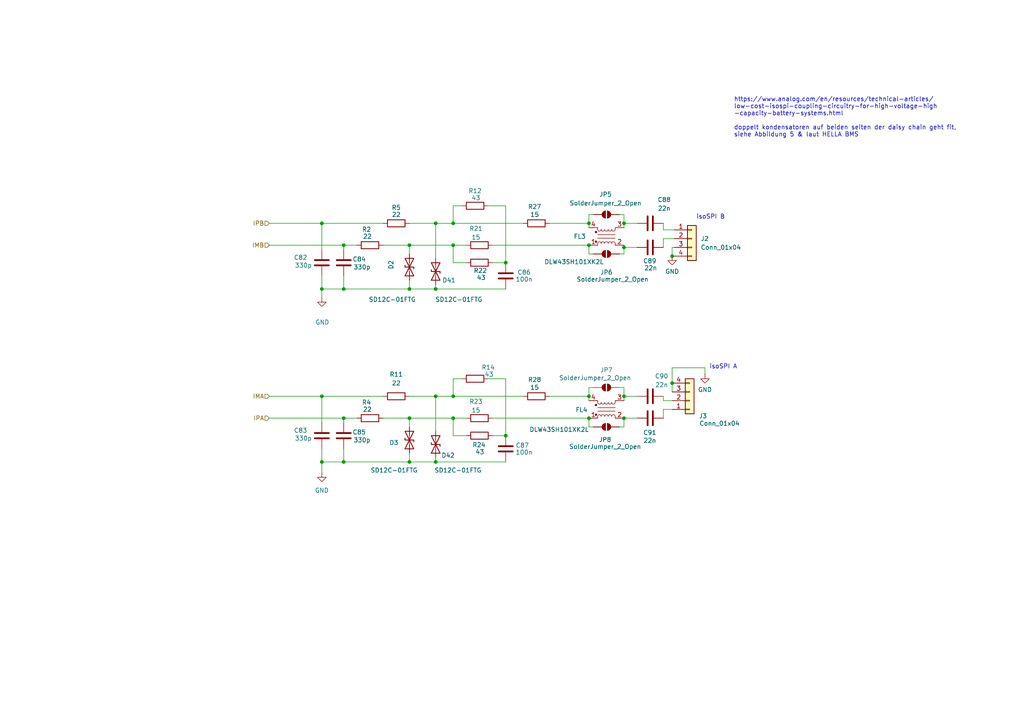
<source format=kicad_sch>
(kicad_sch
	(version 20231120)
	(generator "eeschema")
	(generator_version "8.0")
	(uuid "a829381d-4fea-407c-ade1-115ffa8289a0")
	(paper "A4")
	(lib_symbols
		(symbol "Connector_Generic:Conn_01x04"
			(pin_names
				(offset 1.016) hide)
			(exclude_from_sim no)
			(in_bom yes)
			(on_board yes)
			(property "Reference" "J"
				(at 0 5.08 0)
				(effects
					(font
						(size 1.27 1.27)
					)
				)
			)
			(property "Value" "Conn_01x04"
				(at 0 -7.62 0)
				(effects
					(font
						(size 1.27 1.27)
					)
				)
			)
			(property "Footprint" ""
				(at 0 0 0)
				(effects
					(font
						(size 1.27 1.27)
					)
					(hide yes)
				)
			)
			(property "Datasheet" "~"
				(at 0 0 0)
				(effects
					(font
						(size 1.27 1.27)
					)
					(hide yes)
				)
			)
			(property "Description" "Generic connector, single row, 01x04, script generated (kicad-library-utils/schlib/autogen/connector/)"
				(at 0 0 0)
				(effects
					(font
						(size 1.27 1.27)
					)
					(hide yes)
				)
			)
			(property "ki_keywords" "connector"
				(at 0 0 0)
				(effects
					(font
						(size 1.27 1.27)
					)
					(hide yes)
				)
			)
			(property "ki_fp_filters" "Connector*:*_1x??_*"
				(at 0 0 0)
				(effects
					(font
						(size 1.27 1.27)
					)
					(hide yes)
				)
			)
			(symbol "Conn_01x04_1_1"
				(rectangle
					(start -1.27 -4.953)
					(end 0 -5.207)
					(stroke
						(width 0.1524)
						(type default)
					)
					(fill
						(type none)
					)
				)
				(rectangle
					(start -1.27 -2.413)
					(end 0 -2.667)
					(stroke
						(width 0.1524)
						(type default)
					)
					(fill
						(type none)
					)
				)
				(rectangle
					(start -1.27 0.127)
					(end 0 -0.127)
					(stroke
						(width 0.1524)
						(type default)
					)
					(fill
						(type none)
					)
				)
				(rectangle
					(start -1.27 2.667)
					(end 0 2.413)
					(stroke
						(width 0.1524)
						(type default)
					)
					(fill
						(type none)
					)
				)
				(rectangle
					(start -1.27 3.81)
					(end 1.27 -6.35)
					(stroke
						(width 0.254)
						(type default)
					)
					(fill
						(type background)
					)
				)
				(pin passive line
					(at -5.08 2.54 0)
					(length 3.81)
					(name "Pin_1"
						(effects
							(font
								(size 1.27 1.27)
							)
						)
					)
					(number "1"
						(effects
							(font
								(size 1.27 1.27)
							)
						)
					)
				)
				(pin passive line
					(at -5.08 0 0)
					(length 3.81)
					(name "Pin_2"
						(effects
							(font
								(size 1.27 1.27)
							)
						)
					)
					(number "2"
						(effects
							(font
								(size 1.27 1.27)
							)
						)
					)
				)
				(pin passive line
					(at -5.08 -2.54 0)
					(length 3.81)
					(name "Pin_3"
						(effects
							(font
								(size 1.27 1.27)
							)
						)
					)
					(number "3"
						(effects
							(font
								(size 1.27 1.27)
							)
						)
					)
				)
				(pin passive line
					(at -5.08 -5.08 0)
					(length 3.81)
					(name "Pin_4"
						(effects
							(font
								(size 1.27 1.27)
							)
						)
					)
					(number "4"
						(effects
							(font
								(size 1.27 1.27)
							)
						)
					)
				)
			)
		)
		(symbol "Device:C"
			(pin_numbers hide)
			(pin_names
				(offset 0.254)
			)
			(exclude_from_sim no)
			(in_bom yes)
			(on_board yes)
			(property "Reference" "C"
				(at 0.635 2.54 0)
				(effects
					(font
						(size 1.27 1.27)
					)
					(justify left)
				)
			)
			(property "Value" "C"
				(at 0.635 -2.54 0)
				(effects
					(font
						(size 1.27 1.27)
					)
					(justify left)
				)
			)
			(property "Footprint" ""
				(at 0.9652 -3.81 0)
				(effects
					(font
						(size 1.27 1.27)
					)
					(hide yes)
				)
			)
			(property "Datasheet" "~"
				(at 0 0 0)
				(effects
					(font
						(size 1.27 1.27)
					)
					(hide yes)
				)
			)
			(property "Description" "Unpolarized capacitor"
				(at 0 0 0)
				(effects
					(font
						(size 1.27 1.27)
					)
					(hide yes)
				)
			)
			(property "ki_keywords" "cap capacitor"
				(at 0 0 0)
				(effects
					(font
						(size 1.27 1.27)
					)
					(hide yes)
				)
			)
			(property "ki_fp_filters" "C_*"
				(at 0 0 0)
				(effects
					(font
						(size 1.27 1.27)
					)
					(hide yes)
				)
			)
			(symbol "C_0_1"
				(polyline
					(pts
						(xy -2.032 -0.762) (xy 2.032 -0.762)
					)
					(stroke
						(width 0.508)
						(type default)
					)
					(fill
						(type none)
					)
				)
				(polyline
					(pts
						(xy -2.032 0.762) (xy 2.032 0.762)
					)
					(stroke
						(width 0.508)
						(type default)
					)
					(fill
						(type none)
					)
				)
			)
			(symbol "C_1_1"
				(pin passive line
					(at 0 3.81 270)
					(length 2.794)
					(name "~"
						(effects
							(font
								(size 1.27 1.27)
							)
						)
					)
					(number "1"
						(effects
							(font
								(size 1.27 1.27)
							)
						)
					)
				)
				(pin passive line
					(at 0 -3.81 90)
					(length 2.794)
					(name "~"
						(effects
							(font
								(size 1.27 1.27)
							)
						)
					)
					(number "2"
						(effects
							(font
								(size 1.27 1.27)
							)
						)
					)
				)
			)
		)
		(symbol "Device:D_TVS"
			(pin_numbers hide)
			(pin_names
				(offset 1.016) hide)
			(exclude_from_sim no)
			(in_bom yes)
			(on_board yes)
			(property "Reference" "D"
				(at 0 2.54 0)
				(effects
					(font
						(size 1.27 1.27)
					)
				)
			)
			(property "Value" "D_TVS"
				(at 0 -2.54 0)
				(effects
					(font
						(size 1.27 1.27)
					)
				)
			)
			(property "Footprint" ""
				(at 0 0 0)
				(effects
					(font
						(size 1.27 1.27)
					)
					(hide yes)
				)
			)
			(property "Datasheet" "~"
				(at 0 0 0)
				(effects
					(font
						(size 1.27 1.27)
					)
					(hide yes)
				)
			)
			(property "Description" "Bidirectional transient-voltage-suppression diode"
				(at 0 0 0)
				(effects
					(font
						(size 1.27 1.27)
					)
					(hide yes)
				)
			)
			(property "ki_keywords" "diode TVS thyrector"
				(at 0 0 0)
				(effects
					(font
						(size 1.27 1.27)
					)
					(hide yes)
				)
			)
			(property "ki_fp_filters" "TO-???* *_Diode_* *SingleDiode* D_*"
				(at 0 0 0)
				(effects
					(font
						(size 1.27 1.27)
					)
					(hide yes)
				)
			)
			(symbol "D_TVS_0_1"
				(polyline
					(pts
						(xy 1.27 0) (xy -1.27 0)
					)
					(stroke
						(width 0)
						(type default)
					)
					(fill
						(type none)
					)
				)
				(polyline
					(pts
						(xy 0.508 1.27) (xy 0 1.27) (xy 0 -1.27) (xy -0.508 -1.27)
					)
					(stroke
						(width 0.254)
						(type default)
					)
					(fill
						(type none)
					)
				)
				(polyline
					(pts
						(xy -2.54 1.27) (xy -2.54 -1.27) (xy 2.54 1.27) (xy 2.54 -1.27) (xy -2.54 1.27)
					)
					(stroke
						(width 0.254)
						(type default)
					)
					(fill
						(type none)
					)
				)
			)
			(symbol "D_TVS_1_1"
				(pin passive line
					(at -3.81 0 0)
					(length 2.54)
					(name "A1"
						(effects
							(font
								(size 1.27 1.27)
							)
						)
					)
					(number "1"
						(effects
							(font
								(size 1.27 1.27)
							)
						)
					)
				)
				(pin passive line
					(at 3.81 0 180)
					(length 2.54)
					(name "A2"
						(effects
							(font
								(size 1.27 1.27)
							)
						)
					)
					(number "2"
						(effects
							(font
								(size 1.27 1.27)
							)
						)
					)
				)
			)
		)
		(symbol "Device:R"
			(pin_numbers hide)
			(pin_names
				(offset 0)
			)
			(exclude_from_sim no)
			(in_bom yes)
			(on_board yes)
			(property "Reference" "R"
				(at 2.032 0 90)
				(effects
					(font
						(size 1.27 1.27)
					)
				)
			)
			(property "Value" "R"
				(at 0 0 90)
				(effects
					(font
						(size 1.27 1.27)
					)
				)
			)
			(property "Footprint" ""
				(at -1.778 0 90)
				(effects
					(font
						(size 1.27 1.27)
					)
					(hide yes)
				)
			)
			(property "Datasheet" "~"
				(at 0 0 0)
				(effects
					(font
						(size 1.27 1.27)
					)
					(hide yes)
				)
			)
			(property "Description" "Resistor"
				(at 0 0 0)
				(effects
					(font
						(size 1.27 1.27)
					)
					(hide yes)
				)
			)
			(property "ki_keywords" "R res resistor"
				(at 0 0 0)
				(effects
					(font
						(size 1.27 1.27)
					)
					(hide yes)
				)
			)
			(property "ki_fp_filters" "R_*"
				(at 0 0 0)
				(effects
					(font
						(size 1.27 1.27)
					)
					(hide yes)
				)
			)
			(symbol "R_0_1"
				(rectangle
					(start -1.016 -2.54)
					(end 1.016 2.54)
					(stroke
						(width 0.254)
						(type default)
					)
					(fill
						(type none)
					)
				)
			)
			(symbol "R_1_1"
				(pin passive line
					(at 0 3.81 270)
					(length 1.27)
					(name "~"
						(effects
							(font
								(size 1.27 1.27)
							)
						)
					)
					(number "1"
						(effects
							(font
								(size 1.27 1.27)
							)
						)
					)
				)
				(pin passive line
					(at 0 -3.81 90)
					(length 1.27)
					(name "~"
						(effects
							(font
								(size 1.27 1.27)
							)
						)
					)
					(number "2"
						(effects
							(font
								(size 1.27 1.27)
							)
						)
					)
				)
			)
		)
		(symbol "Filter:Choke_Coilcraft_0603USB-222"
			(pin_names
				(offset 0.254) hide)
			(exclude_from_sim no)
			(in_bom yes)
			(on_board yes)
			(property "Reference" "FL"
				(at 0 4.445 0)
				(effects
					(font
						(size 1.27 1.27)
					)
				)
			)
			(property "Value" "Choke_Coilcraft_0603USB-222"
				(at 0 -4.445 0)
				(effects
					(font
						(size 1.27 1.27)
					)
				)
			)
			(property "Footprint" "Inductor_SMD:L_CommonModeChoke_Coilcraft_0603USB"
				(at 0 -6.35 0)
				(effects
					(font
						(size 1.27 1.27)
					)
					(hide yes)
				)
			)
			(property "Datasheet" "https://www.coilcraft.com/pdfs/0603usb.pdf"
				(at 0 -8.255 0)
				(effects
					(font
						(size 1.27 1.27)
					)
					(hide yes)
				)
			)
			(property "Description" "Common mode choke, 500mA, 250VAC, 150nH, 209mohm, 0.96Ghz, "
				(at 0 0 0)
				(effects
					(font
						(size 1.27 1.27)
					)
					(hide yes)
				)
			)
			(property "ki_keywords" "common-mode common mode choke signal line filter"
				(at 0 0 0)
				(effects
					(font
						(size 1.27 1.27)
					)
					(hide yes)
				)
			)
			(property "ki_fp_filters" "L*CommonModeChoke*Coilcraft*0603USB*"
				(at 0 0 0)
				(effects
					(font
						(size 1.27 1.27)
					)
					(hide yes)
				)
			)
			(symbol "Choke_Coilcraft_0603USB-222_0_1"
				(circle
					(center -3.048 -1.27)
					(radius 0.254)
					(stroke
						(width 0)
						(type default)
					)
					(fill
						(type outline)
					)
				)
				(circle
					(center -3.048 1.524)
					(radius 0.254)
					(stroke
						(width 0)
						(type default)
					)
					(fill
						(type outline)
					)
				)
				(arc
					(start -2.54 2.032)
					(mid -2.032 1.5262)
					(end -1.524 2.032)
					(stroke
						(width 0)
						(type default)
					)
					(fill
						(type none)
					)
				)
				(arc
					(start -1.524 -2.032)
					(mid -2.032 -1.5262)
					(end -2.54 -2.032)
					(stroke
						(width 0)
						(type default)
					)
					(fill
						(type none)
					)
				)
				(arc
					(start -1.524 2.032)
					(mid -1.016 1.5262)
					(end -0.508 2.032)
					(stroke
						(width 0)
						(type default)
					)
					(fill
						(type none)
					)
				)
				(arc
					(start -0.508 -2.032)
					(mid -1.016 -1.5262)
					(end -1.524 -2.032)
					(stroke
						(width 0)
						(type default)
					)
					(fill
						(type none)
					)
				)
				(arc
					(start -0.508 2.032)
					(mid 0 1.5262)
					(end 0.508 2.032)
					(stroke
						(width 0)
						(type default)
					)
					(fill
						(type none)
					)
				)
				(polyline
					(pts
						(xy -2.54 -2.032) (xy -2.54 -2.54)
					)
					(stroke
						(width 0)
						(type default)
					)
					(fill
						(type none)
					)
				)
				(polyline
					(pts
						(xy -2.54 0.508) (xy 2.54 0.508)
					)
					(stroke
						(width 0)
						(type default)
					)
					(fill
						(type none)
					)
				)
				(polyline
					(pts
						(xy -2.54 2.032) (xy -2.54 2.54)
					)
					(stroke
						(width 0)
						(type default)
					)
					(fill
						(type none)
					)
				)
				(polyline
					(pts
						(xy 2.54 -2.032) (xy 2.54 -2.54)
					)
					(stroke
						(width 0)
						(type default)
					)
					(fill
						(type none)
					)
				)
				(polyline
					(pts
						(xy 2.54 -0.508) (xy -2.54 -0.508)
					)
					(stroke
						(width 0)
						(type default)
					)
					(fill
						(type none)
					)
				)
				(polyline
					(pts
						(xy 2.54 2.54) (xy 2.54 2.032)
					)
					(stroke
						(width 0)
						(type default)
					)
					(fill
						(type none)
					)
				)
				(arc
					(start 0.508 -2.032)
					(mid 0 -1.5262)
					(end -0.508 -2.032)
					(stroke
						(width 0)
						(type default)
					)
					(fill
						(type none)
					)
				)
				(arc
					(start 0.508 2.032)
					(mid 1.016 1.5262)
					(end 1.524 2.032)
					(stroke
						(width 0)
						(type default)
					)
					(fill
						(type none)
					)
				)
				(arc
					(start 1.524 -2.032)
					(mid 1.016 -1.5262)
					(end 0.508 -2.032)
					(stroke
						(width 0)
						(type default)
					)
					(fill
						(type none)
					)
				)
				(arc
					(start 1.524 2.032)
					(mid 2.032 1.5262)
					(end 2.54 2.032)
					(stroke
						(width 0)
						(type default)
					)
					(fill
						(type none)
					)
				)
				(arc
					(start 2.54 -2.032)
					(mid 2.032 -1.5262)
					(end 1.524 -2.032)
					(stroke
						(width 0)
						(type default)
					)
					(fill
						(type none)
					)
				)
			)
			(symbol "Choke_Coilcraft_0603USB-222_1_1"
				(pin passive line
					(at -5.08 2.54 0)
					(length 2.54)
					(name "1"
						(effects
							(font
								(size 1.27 1.27)
							)
						)
					)
					(number "1"
						(effects
							(font
								(size 1.27 1.27)
							)
						)
					)
				)
				(pin passive line
					(at 5.08 2.54 180)
					(length 2.54)
					(name "2"
						(effects
							(font
								(size 1.27 1.27)
							)
						)
					)
					(number "2"
						(effects
							(font
								(size 1.27 1.27)
							)
						)
					)
				)
				(pin passive line
					(at 5.08 -2.54 180)
					(length 2.54)
					(name "3"
						(effects
							(font
								(size 1.27 1.27)
							)
						)
					)
					(number "3"
						(effects
							(font
								(size 1.27 1.27)
							)
						)
					)
				)
				(pin passive line
					(at -5.08 -2.54 0)
					(length 2.54)
					(name "4"
						(effects
							(font
								(size 1.27 1.27)
							)
						)
					)
					(number "4"
						(effects
							(font
								(size 1.27 1.27)
							)
						)
					)
				)
			)
		)
		(symbol "Jumper:SolderJumper_2_Open"
			(pin_numbers hide)
			(pin_names
				(offset 0) hide)
			(exclude_from_sim yes)
			(in_bom no)
			(on_board yes)
			(property "Reference" "JP"
				(at 0 2.032 0)
				(effects
					(font
						(size 1.27 1.27)
					)
				)
			)
			(property "Value" "SolderJumper_2_Open"
				(at 0 -2.54 0)
				(effects
					(font
						(size 1.27 1.27)
					)
				)
			)
			(property "Footprint" ""
				(at 0 0 0)
				(effects
					(font
						(size 1.27 1.27)
					)
					(hide yes)
				)
			)
			(property "Datasheet" "~"
				(at 0 0 0)
				(effects
					(font
						(size 1.27 1.27)
					)
					(hide yes)
				)
			)
			(property "Description" "Solder Jumper, 2-pole, open"
				(at 0 0 0)
				(effects
					(font
						(size 1.27 1.27)
					)
					(hide yes)
				)
			)
			(property "ki_keywords" "solder jumper SPST"
				(at 0 0 0)
				(effects
					(font
						(size 1.27 1.27)
					)
					(hide yes)
				)
			)
			(property "ki_fp_filters" "SolderJumper*Open*"
				(at 0 0 0)
				(effects
					(font
						(size 1.27 1.27)
					)
					(hide yes)
				)
			)
			(symbol "SolderJumper_2_Open_0_1"
				(arc
					(start -0.254 1.016)
					(mid -1.2656 0)
					(end -0.254 -1.016)
					(stroke
						(width 0)
						(type default)
					)
					(fill
						(type none)
					)
				)
				(arc
					(start -0.254 1.016)
					(mid -1.2656 0)
					(end -0.254 -1.016)
					(stroke
						(width 0)
						(type default)
					)
					(fill
						(type outline)
					)
				)
				(polyline
					(pts
						(xy -0.254 1.016) (xy -0.254 -1.016)
					)
					(stroke
						(width 0)
						(type default)
					)
					(fill
						(type none)
					)
				)
				(polyline
					(pts
						(xy 0.254 1.016) (xy 0.254 -1.016)
					)
					(stroke
						(width 0)
						(type default)
					)
					(fill
						(type none)
					)
				)
				(arc
					(start 0.254 -1.016)
					(mid 1.2656 0)
					(end 0.254 1.016)
					(stroke
						(width 0)
						(type default)
					)
					(fill
						(type none)
					)
				)
				(arc
					(start 0.254 -1.016)
					(mid 1.2656 0)
					(end 0.254 1.016)
					(stroke
						(width 0)
						(type default)
					)
					(fill
						(type outline)
					)
				)
			)
			(symbol "SolderJumper_2_Open_1_1"
				(pin passive line
					(at -3.81 0 0)
					(length 2.54)
					(name "A"
						(effects
							(font
								(size 1.27 1.27)
							)
						)
					)
					(number "1"
						(effects
							(font
								(size 1.27 1.27)
							)
						)
					)
				)
				(pin passive line
					(at 3.81 0 180)
					(length 2.54)
					(name "B"
						(effects
							(font
								(size 1.27 1.27)
							)
						)
					)
					(number "2"
						(effects
							(font
								(size 1.27 1.27)
							)
						)
					)
				)
			)
		)
		(symbol "power:GND"
			(power)
			(pin_numbers hide)
			(pin_names
				(offset 0) hide)
			(exclude_from_sim no)
			(in_bom yes)
			(on_board yes)
			(property "Reference" "#PWR"
				(at 0 -6.35 0)
				(effects
					(font
						(size 1.27 1.27)
					)
					(hide yes)
				)
			)
			(property "Value" "GND"
				(at 0 -3.81 0)
				(effects
					(font
						(size 1.27 1.27)
					)
				)
			)
			(property "Footprint" ""
				(at 0 0 0)
				(effects
					(font
						(size 1.27 1.27)
					)
					(hide yes)
				)
			)
			(property "Datasheet" ""
				(at 0 0 0)
				(effects
					(font
						(size 1.27 1.27)
					)
					(hide yes)
				)
			)
			(property "Description" "Power symbol creates a global label with name \"GND\" , ground"
				(at 0 0 0)
				(effects
					(font
						(size 1.27 1.27)
					)
					(hide yes)
				)
			)
			(property "ki_keywords" "global power"
				(at 0 0 0)
				(effects
					(font
						(size 1.27 1.27)
					)
					(hide yes)
				)
			)
			(symbol "GND_0_1"
				(polyline
					(pts
						(xy 0 0) (xy 0 -1.27) (xy 1.27 -1.27) (xy 0 -2.54) (xy -1.27 -1.27) (xy 0 -1.27)
					)
					(stroke
						(width 0)
						(type default)
					)
					(fill
						(type none)
					)
				)
			)
			(symbol "GND_1_1"
				(pin power_in line
					(at 0 0 270)
					(length 0)
					(name "~"
						(effects
							(font
								(size 1.27 1.27)
							)
						)
					)
					(number "1"
						(effects
							(font
								(size 1.27 1.27)
							)
						)
					)
				)
			)
		)
	)
	(junction
		(at 194.945 111.125)
		(diameter 0)
		(color 0 0 0 0)
		(uuid "0d32312d-2ec8-4bb8-bcfb-725548d5d2e9")
	)
	(junction
		(at 131.445 121.285)
		(diameter 0)
		(color 0 0 0 0)
		(uuid "20bf75b0-dea2-4c9a-8156-68ee9ed80b80")
	)
	(junction
		(at 99.695 83.82)
		(diameter 0)
		(color 0 0 0 0)
		(uuid "2117f12b-d309-4bef-b9a3-1c26aac3e3f2")
	)
	(junction
		(at 93.345 83.82)
		(diameter 0)
		(color 0 0 0 0)
		(uuid "3301cf26-aaed-48c7-93a2-b659b7d4c9f6")
	)
	(junction
		(at 118.745 71.12)
		(diameter 0)
		(color 0 0 0 0)
		(uuid "35c814df-b143-4b4d-aaa3-ede891e28bfa")
	)
	(junction
		(at 170.815 71.12)
		(diameter 0)
		(color 0 0 0 0)
		(uuid "3be36621-0ccc-4deb-803d-b05d37625fef")
	)
	(junction
		(at 180.975 114.935)
		(diameter 0)
		(color 0 0 0 0)
		(uuid "49661d41-b7ec-43d8-a7d5-728f00a36b91")
	)
	(junction
		(at 170.815 114.935)
		(diameter 0)
		(color 0 0 0 0)
		(uuid "4b69d4ad-0c19-435d-9ccf-168b2c4ea048")
	)
	(junction
		(at 126.365 114.935)
		(diameter 0)
		(color 0 0 0 0)
		(uuid "5bb92f49-2931-4534-8ce9-30a6d54a9ac4")
	)
	(junction
		(at 180.975 64.77)
		(diameter 0)
		(color 0 0 0 0)
		(uuid "5c947694-5d5a-469a-8e27-e4d0e0349f1f")
	)
	(junction
		(at 93.345 114.935)
		(diameter 0)
		(color 0 0 0 0)
		(uuid "5d53d5f3-672a-4984-a25d-144138b17f23")
	)
	(junction
		(at 99.695 121.285)
		(diameter 0)
		(color 0 0 0 0)
		(uuid "5e83fce1-b29c-4cd9-84c0-72eb19e8b5cb")
	)
	(junction
		(at 99.695 133.985)
		(diameter 0)
		(color 0 0 0 0)
		(uuid "7e92cec6-9a8d-4e7e-b7dd-60d1a83e266c")
	)
	(junction
		(at 126.365 83.82)
		(diameter 0)
		(color 0 0 0 0)
		(uuid "81f43af8-7504-4953-9943-182a0acf170e")
	)
	(junction
		(at 146.685 126.365)
		(diameter 0)
		(color 0 0 0 0)
		(uuid "8c294957-fdb1-492d-9439-17ad32878601")
	)
	(junction
		(at 118.745 133.985)
		(diameter 0)
		(color 0 0 0 0)
		(uuid "95a7349f-129c-4669-adf5-e050237c2978")
	)
	(junction
		(at 126.365 64.77)
		(diameter 0)
		(color 0 0 0 0)
		(uuid "a9a880cc-b383-485e-83df-807612196d89")
	)
	(junction
		(at 131.445 114.935)
		(diameter 0)
		(color 0 0 0 0)
		(uuid "a9a8de09-bb09-4d92-9857-c8401a41aea8")
	)
	(junction
		(at 118.745 121.285)
		(diameter 0)
		(color 0 0 0 0)
		(uuid "adcb7473-676d-452e-82df-aa6d8d52a260")
	)
	(junction
		(at 93.345 64.77)
		(diameter 0)
		(color 0 0 0 0)
		(uuid "af8eab40-cd27-4b83-892a-e4a6b5f9bad0")
	)
	(junction
		(at 93.345 133.985)
		(diameter 0)
		(color 0 0 0 0)
		(uuid "bb39a16e-fe91-4ffa-ba65-1093cbb17f8b")
	)
	(junction
		(at 194.945 74.295)
		(diameter 0)
		(color 0 0 0 0)
		(uuid "bf6f228f-b551-414b-93fd-11026b76e235")
	)
	(junction
		(at 131.445 64.77)
		(diameter 0)
		(color 0 0 0 0)
		(uuid "c87d9d64-f8cc-4f71-a1da-cf6614dd103e")
	)
	(junction
		(at 126.365 133.985)
		(diameter 0)
		(color 0 0 0 0)
		(uuid "cb19a8a9-7eb9-4615-833a-fbdbda0ea477")
	)
	(junction
		(at 180.975 121.285)
		(diameter 0)
		(color 0 0 0 0)
		(uuid "d39a4faf-176d-4355-96ff-4b448fb242a7")
	)
	(junction
		(at 131.445 71.12)
		(diameter 0)
		(color 0 0 0 0)
		(uuid "d7c86cfb-9625-438b-806b-3fdb816edd2b")
	)
	(junction
		(at 170.815 64.77)
		(diameter 0)
		(color 0 0 0 0)
		(uuid "d893587c-030f-442e-b25b-899fd754c6c3")
	)
	(junction
		(at 99.695 71.12)
		(diameter 0)
		(color 0 0 0 0)
		(uuid "e70cabff-fd8e-4c89-9c94-cc6a180d9ca7")
	)
	(junction
		(at 180.975 71.755)
		(diameter 0)
		(color 0 0 0 0)
		(uuid "efe41e19-a1c2-42fd-a0ad-170fc2f945fc")
	)
	(junction
		(at 118.745 83.82)
		(diameter 0)
		(color 0 0 0 0)
		(uuid "f3e3140e-204e-4f32-aa59-52dcefe2c591")
	)
	(junction
		(at 146.685 76.2)
		(diameter 0)
		(color 0 0 0 0)
		(uuid "fbd9b3db-68a3-4b54-b81f-46d08b9d3cef")
	)
	(junction
		(at 170.815 121.285)
		(diameter 0)
		(color 0 0 0 0)
		(uuid "fcd8f11d-6a78-43cc-bc73-9da5eae2f8b5")
	)
	(wire
		(pts
			(xy 170.815 71.12) (xy 170.815 73.66)
		)
		(stroke
			(width 0)
			(type default)
		)
		(uuid "0750a4f5-30f7-474c-ae19-699aef4ad2e4")
	)
	(wire
		(pts
			(xy 142.875 121.285) (xy 170.815 121.285)
		)
		(stroke
			(width 0)
			(type default)
		)
		(uuid "086cce70-ab37-49e5-a4ba-a2ba639eea92")
	)
	(wire
		(pts
			(xy 126.365 114.935) (xy 131.445 114.935)
		)
		(stroke
			(width 0)
			(type default)
		)
		(uuid "09f0abd4-e08f-4326-b628-dee8f2089b94")
	)
	(wire
		(pts
			(xy 126.365 83.82) (xy 146.685 83.82)
		)
		(stroke
			(width 0)
			(type default)
		)
		(uuid "0ac8b205-891c-4a6f-8ffd-05da6d89d659")
	)
	(wire
		(pts
			(xy 93.345 133.985) (xy 99.695 133.985)
		)
		(stroke
			(width 0)
			(type default)
		)
		(uuid "0e89915a-5616-4579-b54f-8fb87e01ca39")
	)
	(wire
		(pts
			(xy 131.445 114.935) (xy 131.445 109.855)
		)
		(stroke
			(width 0)
			(type default)
		)
		(uuid "104417ea-7528-4b61-96bc-f4c4b85c862d")
	)
	(wire
		(pts
			(xy 192.405 69.215) (xy 195.58 69.215)
		)
		(stroke
			(width 0)
			(type default)
		)
		(uuid "1091c10c-eef7-4766-8bbd-338a3232ad30")
	)
	(wire
		(pts
			(xy 180.975 121.285) (xy 184.785 121.285)
		)
		(stroke
			(width 0)
			(type default)
		)
		(uuid "10eb43b2-2de2-4fc3-9810-e6593f77ba89")
	)
	(wire
		(pts
			(xy 93.345 72.39) (xy 93.345 64.77)
		)
		(stroke
			(width 0)
			(type default)
		)
		(uuid "113635c8-d1c4-4e59-aecf-230d1dd98ede")
	)
	(wire
		(pts
			(xy 179.705 62.23) (xy 180.975 62.23)
		)
		(stroke
			(width 0)
			(type default)
		)
		(uuid "123e5df9-fd32-46f8-9eed-5707cea836cb")
	)
	(wire
		(pts
			(xy 170.815 116.205) (xy 170.815 114.935)
		)
		(stroke
			(width 0)
			(type default)
		)
		(uuid "18183fc5-3af3-488e-93af-eb95f85c557a")
	)
	(wire
		(pts
			(xy 131.445 64.77) (xy 131.445 59.69)
		)
		(stroke
			(width 0)
			(type default)
		)
		(uuid "1c2b1c53-e95e-41c2-9e77-f0aeed946ff5")
	)
	(wire
		(pts
			(xy 126.365 133.985) (xy 146.685 133.985)
		)
		(stroke
			(width 0)
			(type default)
		)
		(uuid "1d15db8b-2ecb-4cc5-b8c1-803d8ff0c52f")
	)
	(wire
		(pts
			(xy 131.445 114.935) (xy 151.765 114.935)
		)
		(stroke
			(width 0)
			(type default)
		)
		(uuid "1e4628cf-0d2b-41f7-b912-4896ab639316")
	)
	(wire
		(pts
			(xy 170.815 112.395) (xy 170.815 114.935)
		)
		(stroke
			(width 0)
			(type default)
		)
		(uuid "1e61e979-414b-413e-9cb0-3b7f9021c607")
	)
	(wire
		(pts
			(xy 99.695 121.285) (xy 78.105 121.285)
		)
		(stroke
			(width 0)
			(type default)
		)
		(uuid "21d7735d-566f-43ee-860e-b2ffb4e750a7")
	)
	(wire
		(pts
			(xy 170.815 64.77) (xy 159.385 64.77)
		)
		(stroke
			(width 0)
			(type default)
		)
		(uuid "2346bd7a-b789-41aa-aa2a-2280521bf279")
	)
	(wire
		(pts
			(xy 118.745 64.77) (xy 126.365 64.77)
		)
		(stroke
			(width 0)
			(type default)
		)
		(uuid "269d8ca1-41b5-424e-9dd3-16c9d1be7f9b")
	)
	(wire
		(pts
			(xy 204.47 108.585) (xy 204.47 106.68)
		)
		(stroke
			(width 0)
			(type default)
		)
		(uuid "2bfc05f6-5504-4bfa-93ae-f73727ba01ac")
	)
	(wire
		(pts
			(xy 118.745 121.285) (xy 118.745 123.825)
		)
		(stroke
			(width 0)
			(type default)
		)
		(uuid "2ed4ed78-45da-4f83-a242-47653d991cfe")
	)
	(wire
		(pts
			(xy 118.745 83.82) (xy 126.365 83.82)
		)
		(stroke
			(width 0)
			(type default)
		)
		(uuid "2f4d2620-2101-4dc8-a7ab-51600a291f5e")
	)
	(wire
		(pts
			(xy 131.445 59.69) (xy 133.985 59.69)
		)
		(stroke
			(width 0)
			(type default)
		)
		(uuid "328cad01-5d00-486c-83e2-ff7945bf9324")
	)
	(wire
		(pts
			(xy 118.745 71.12) (xy 131.445 71.12)
		)
		(stroke
			(width 0)
			(type default)
		)
		(uuid "3333f0be-92ac-4668-8cd8-7d934067e34c")
	)
	(wire
		(pts
			(xy 118.745 71.12) (xy 118.745 73.66)
		)
		(stroke
			(width 0)
			(type default)
		)
		(uuid "35b9ab6e-b7b8-435a-94d1-ea232c703857")
	)
	(wire
		(pts
			(xy 99.695 72.39) (xy 99.695 71.12)
		)
		(stroke
			(width 0)
			(type default)
		)
		(uuid "39a2bcb2-579e-4468-a6d3-d5ef293e137c")
	)
	(wire
		(pts
			(xy 170.815 62.23) (xy 172.085 62.23)
		)
		(stroke
			(width 0)
			(type default)
		)
		(uuid "3f191178-e730-4351-a13e-1b24b89bab6b")
	)
	(wire
		(pts
			(xy 180.975 116.205) (xy 180.975 114.935)
		)
		(stroke
			(width 0)
			(type default)
		)
		(uuid "4088755c-7e35-44e3-ba3f-b31e69174b0a")
	)
	(wire
		(pts
			(xy 146.685 126.365) (xy 142.875 126.365)
		)
		(stroke
			(width 0)
			(type default)
		)
		(uuid "40d32277-d72d-45e2-92b7-df477ef5b907")
	)
	(wire
		(pts
			(xy 118.745 81.28) (xy 118.745 83.82)
		)
		(stroke
			(width 0)
			(type default)
		)
		(uuid "41717c93-d3cb-47d8-855f-88d8e8b071e3")
	)
	(wire
		(pts
			(xy 131.445 126.365) (xy 135.255 126.365)
		)
		(stroke
			(width 0)
			(type default)
		)
		(uuid "427bbaa7-ac9e-49a3-9ce8-8d20958f1379")
	)
	(wire
		(pts
			(xy 146.685 109.855) (xy 146.685 126.365)
		)
		(stroke
			(width 0)
			(type default)
		)
		(uuid "43314b7d-e82f-404c-9083-71a6e8984bc8")
	)
	(wire
		(pts
			(xy 170.815 62.23) (xy 170.815 64.77)
		)
		(stroke
			(width 0)
			(type default)
		)
		(uuid "46a95b7b-ccb0-4957-bc01-b0fe687029e8")
	)
	(wire
		(pts
			(xy 126.365 82.55) (xy 126.365 83.82)
		)
		(stroke
			(width 0)
			(type default)
		)
		(uuid "494e8585-d443-4740-9d19-8581f6d0c71c")
	)
	(wire
		(pts
			(xy 192.405 71.755) (xy 192.405 69.215)
		)
		(stroke
			(width 0)
			(type default)
		)
		(uuid "50e361e9-3441-4303-96e3-41ec88323920")
	)
	(wire
		(pts
			(xy 179.705 112.395) (xy 180.975 112.395)
		)
		(stroke
			(width 0)
			(type default)
		)
		(uuid "51c6edc5-58f5-4800-8d91-923203fc672b")
	)
	(wire
		(pts
			(xy 180.975 62.23) (xy 180.975 64.77)
		)
		(stroke
			(width 0)
			(type default)
		)
		(uuid "55a7cb3e-8a02-4b68-ad2b-9fa803f8a403")
	)
	(wire
		(pts
			(xy 170.815 73.66) (xy 172.085 73.66)
		)
		(stroke
			(width 0)
			(type default)
		)
		(uuid "55d0a011-aa77-4733-8302-72558e47f63b")
	)
	(wire
		(pts
			(xy 126.365 132.715) (xy 126.365 133.985)
		)
		(stroke
			(width 0)
			(type default)
		)
		(uuid "57ba496a-0e0e-44dc-a2be-f4abf09bb9cd")
	)
	(wire
		(pts
			(xy 180.975 112.395) (xy 180.975 114.935)
		)
		(stroke
			(width 0)
			(type default)
		)
		(uuid "5f688f12-73eb-4849-8d37-859ab25a5051")
	)
	(wire
		(pts
			(xy 131.445 76.2) (xy 135.255 76.2)
		)
		(stroke
			(width 0)
			(type default)
		)
		(uuid "6104b727-58a4-4549-91db-4923fc3461f8")
	)
	(wire
		(pts
			(xy 180.975 114.935) (xy 184.785 114.935)
		)
		(stroke
			(width 0)
			(type default)
		)
		(uuid "61467652-5643-4079-a8e2-eb26ed154855")
	)
	(wire
		(pts
			(xy 93.345 122.555) (xy 93.345 114.935)
		)
		(stroke
			(width 0)
			(type default)
		)
		(uuid "6409858f-43b3-49e1-baf5-e660e4cd2540")
	)
	(wire
		(pts
			(xy 170.815 64.77) (xy 170.815 66.04)
		)
		(stroke
			(width 0)
			(type default)
		)
		(uuid "6a109017-ae74-4edb-8fa9-31dcacf65752")
	)
	(wire
		(pts
			(xy 170.815 121.285) (xy 170.815 123.825)
		)
		(stroke
			(width 0)
			(type default)
		)
		(uuid "6c5dc625-d3f3-4390-9132-be850f57c446")
	)
	(wire
		(pts
			(xy 99.695 80.01) (xy 99.695 83.82)
		)
		(stroke
			(width 0)
			(type default)
		)
		(uuid "6fceb8e8-307e-4758-86cb-888d019759c5")
	)
	(wire
		(pts
			(xy 192.405 121.285) (xy 192.405 118.745)
		)
		(stroke
			(width 0)
			(type default)
		)
		(uuid "74260bb2-24eb-4610-a85c-d628bcd97231")
	)
	(wire
		(pts
			(xy 194.945 71.755) (xy 194.945 74.295)
		)
		(stroke
			(width 0)
			(type default)
		)
		(uuid "7534041c-301a-46f6-a8b9-8e775e2b4225")
	)
	(wire
		(pts
			(xy 192.405 64.77) (xy 192.405 66.675)
		)
		(stroke
			(width 0)
			(type default)
		)
		(uuid "7a5276d5-a292-4d9c-aed9-2939637ff5f2")
	)
	(wire
		(pts
			(xy 194.945 106.68) (xy 194.945 111.125)
		)
		(stroke
			(width 0)
			(type default)
		)
		(uuid "7d8c9cce-2cb5-4a0d-9fa1-3fd3a18d97cd")
	)
	(wire
		(pts
			(xy 180.975 71.755) (xy 180.975 71.12)
		)
		(stroke
			(width 0)
			(type default)
		)
		(uuid "7da1ff46-91a3-4451-9f5f-b449b426f76f")
	)
	(wire
		(pts
			(xy 118.745 133.985) (xy 126.365 133.985)
		)
		(stroke
			(width 0)
			(type default)
		)
		(uuid "800ad1ea-20aa-494a-bc6b-d49ab467954c")
	)
	(wire
		(pts
			(xy 204.47 106.68) (xy 194.945 106.68)
		)
		(stroke
			(width 0)
			(type default)
		)
		(uuid "8353d6c3-c735-4aa3-a84b-5903f935dfc4")
	)
	(wire
		(pts
			(xy 99.695 71.12) (xy 103.505 71.12)
		)
		(stroke
			(width 0)
			(type default)
		)
		(uuid "844d3a1c-7e24-4d7b-ad14-0f3de9f6b348")
	)
	(wire
		(pts
			(xy 93.345 114.935) (xy 111.125 114.935)
		)
		(stroke
			(width 0)
			(type default)
		)
		(uuid "851deabe-e77a-4784-b21a-9e1e113e7fb7")
	)
	(wire
		(pts
			(xy 159.385 114.935) (xy 170.815 114.935)
		)
		(stroke
			(width 0)
			(type default)
		)
		(uuid "88087053-7ee5-4842-92de-7c2d8aa8743d")
	)
	(wire
		(pts
			(xy 99.695 83.82) (xy 118.745 83.82)
		)
		(stroke
			(width 0)
			(type default)
		)
		(uuid "89eea947-6770-4539-be6f-09c89b106f8b")
	)
	(wire
		(pts
			(xy 192.405 116.205) (xy 194.945 116.205)
		)
		(stroke
			(width 0)
			(type default)
		)
		(uuid "8a7fa8dc-73db-4df3-85c4-d7e76bc091d3")
	)
	(wire
		(pts
			(xy 78.105 114.935) (xy 93.345 114.935)
		)
		(stroke
			(width 0)
			(type default)
		)
		(uuid "8cd0d2de-a635-49d0-8fa3-1aa71df1d2db")
	)
	(wire
		(pts
			(xy 126.365 64.77) (xy 131.445 64.77)
		)
		(stroke
			(width 0)
			(type default)
		)
		(uuid "8e78abf1-3325-4712-9c51-afe4bf1b0f8d")
	)
	(wire
		(pts
			(xy 93.345 83.82) (xy 93.345 80.01)
		)
		(stroke
			(width 0)
			(type default)
		)
		(uuid "9063df96-4a5a-44fc-b3e6-85c69cc51193")
	)
	(wire
		(pts
			(xy 118.745 114.935) (xy 126.365 114.935)
		)
		(stroke
			(width 0)
			(type default)
		)
		(uuid "913f32b2-c2b3-4097-859a-fd605a1ccaaf")
	)
	(wire
		(pts
			(xy 170.815 112.395) (xy 172.085 112.395)
		)
		(stroke
			(width 0)
			(type default)
		)
		(uuid "9183307e-3f42-4a62-9684-4268449e9ca3")
	)
	(wire
		(pts
			(xy 99.695 133.985) (xy 118.745 133.985)
		)
		(stroke
			(width 0)
			(type default)
		)
		(uuid "937b9e71-608a-4c03-ad9b-c347fd7dfdc3")
	)
	(wire
		(pts
			(xy 194.945 74.295) (xy 195.58 74.295)
		)
		(stroke
			(width 0)
			(type default)
		)
		(uuid "95b97542-5c3a-4fb9-b2db-9cb2ce613e68")
	)
	(wire
		(pts
			(xy 131.445 121.285) (xy 131.445 126.365)
		)
		(stroke
			(width 0)
			(type default)
		)
		(uuid "a048b50f-69be-4467-94eb-f75ec6ef2640")
	)
	(wire
		(pts
			(xy 141.605 59.69) (xy 146.685 59.69)
		)
		(stroke
			(width 0)
			(type default)
		)
		(uuid "a080f55d-8709-4970-8461-cdeca89f0c7c")
	)
	(wire
		(pts
			(xy 131.445 109.855) (xy 133.985 109.855)
		)
		(stroke
			(width 0)
			(type default)
		)
		(uuid "a1cc1674-678a-4ffb-8898-5288cd4dff96")
	)
	(wire
		(pts
			(xy 192.405 114.935) (xy 192.405 116.205)
		)
		(stroke
			(width 0)
			(type default)
		)
		(uuid "a2aeecc8-97e3-49e2-8e94-6b2330dd498d")
	)
	(wire
		(pts
			(xy 180.975 71.755) (xy 180.975 73.66)
		)
		(stroke
			(width 0)
			(type default)
		)
		(uuid "a4755abc-d028-481e-bd1d-ce402335a5ac")
	)
	(wire
		(pts
			(xy 131.445 71.12) (xy 135.255 71.12)
		)
		(stroke
			(width 0)
			(type default)
		)
		(uuid "ae80357e-48e0-4c85-aace-f31ad31ba428")
	)
	(wire
		(pts
			(xy 93.345 137.16) (xy 93.345 133.985)
		)
		(stroke
			(width 0)
			(type default)
		)
		(uuid "afdd947c-38d8-4ea5-a571-4c0a4b3007b0")
	)
	(wire
		(pts
			(xy 146.685 76.2) (xy 142.875 76.2)
		)
		(stroke
			(width 0)
			(type default)
		)
		(uuid "b0239766-27df-4094-8997-1217aac84d63")
	)
	(wire
		(pts
			(xy 99.695 121.285) (xy 103.505 121.285)
		)
		(stroke
			(width 0)
			(type default)
		)
		(uuid "b3d94a2f-535d-49ea-a6e6-e8cb1424ade2")
	)
	(wire
		(pts
			(xy 170.815 123.825) (xy 172.085 123.825)
		)
		(stroke
			(width 0)
			(type default)
		)
		(uuid "b80fc99b-3882-4859-9c80-2eb3d7839550")
	)
	(wire
		(pts
			(xy 126.365 114.935) (xy 126.365 125.095)
		)
		(stroke
			(width 0)
			(type default)
		)
		(uuid "b84a8d32-91b7-49d3-9219-c94b829ee737")
	)
	(wire
		(pts
			(xy 179.705 73.66) (xy 180.975 73.66)
		)
		(stroke
			(width 0)
			(type default)
		)
		(uuid "c2e7246d-2dc4-4cd2-83cd-0f406de6dda7")
	)
	(wire
		(pts
			(xy 118.745 131.445) (xy 118.745 133.985)
		)
		(stroke
			(width 0)
			(type default)
		)
		(uuid "c3c3965d-c1d5-4595-9de3-86abb8ddeaba")
	)
	(wire
		(pts
			(xy 180.975 71.755) (xy 184.785 71.755)
		)
		(stroke
			(width 0)
			(type default)
		)
		(uuid "c4321999-c173-4cce-8e84-bdc271d2466d")
	)
	(wire
		(pts
			(xy 180.975 64.77) (xy 184.785 64.77)
		)
		(stroke
			(width 0)
			(type default)
		)
		(uuid "c704f45e-f24b-4ac2-a65a-0d6cc6fb94c7")
	)
	(wire
		(pts
			(xy 180.975 64.77) (xy 180.975 66.04)
		)
		(stroke
			(width 0)
			(type default)
		)
		(uuid "c7707016-40d6-42ca-8e38-d8a1ad50f1c5")
	)
	(wire
		(pts
			(xy 192.405 66.675) (xy 195.58 66.675)
		)
		(stroke
			(width 0)
			(type default)
		)
		(uuid "c8848af3-b82d-461e-ad8f-1fff2fd87aca")
	)
	(wire
		(pts
			(xy 118.745 121.285) (xy 131.445 121.285)
		)
		(stroke
			(width 0)
			(type default)
		)
		(uuid "cb9c2298-5722-49c2-8e38-336afabd6902")
	)
	(wire
		(pts
			(xy 142.875 71.12) (xy 170.815 71.12)
		)
		(stroke
			(width 0)
			(type default)
		)
		(uuid "cf4d3699-3bf9-4cf8-982d-7ad1fd548a09")
	)
	(wire
		(pts
			(xy 179.705 123.825) (xy 180.975 123.825)
		)
		(stroke
			(width 0)
			(type default)
		)
		(uuid "d50bd989-3e99-42e7-8d18-015619f031c2")
	)
	(wire
		(pts
			(xy 180.975 121.285) (xy 180.975 123.825)
		)
		(stroke
			(width 0)
			(type default)
		)
		(uuid "d595a08c-5bce-4387-99e2-affc2a9edc7c")
	)
	(wire
		(pts
			(xy 131.445 121.285) (xy 135.255 121.285)
		)
		(stroke
			(width 0)
			(type default)
		)
		(uuid "d87be176-971c-40e9-b1ff-85f7c19cdd04")
	)
	(wire
		(pts
			(xy 93.345 83.82) (xy 99.695 83.82)
		)
		(stroke
			(width 0)
			(type default)
		)
		(uuid "d982f356-bb96-4732-8f31-8d20e29ec0de")
	)
	(wire
		(pts
			(xy 78.105 71.12) (xy 99.695 71.12)
		)
		(stroke
			(width 0)
			(type default)
		)
		(uuid "da98ec79-4dd4-4434-97b2-260a2384a092")
	)
	(wire
		(pts
			(xy 146.685 59.69) (xy 146.685 76.2)
		)
		(stroke
			(width 0)
			(type default)
		)
		(uuid "db4b4c14-b088-4ff9-b8b4-8ba225cc281c")
	)
	(wire
		(pts
			(xy 194.945 111.125) (xy 194.945 113.665)
		)
		(stroke
			(width 0)
			(type default)
		)
		(uuid "dc24db72-fd92-4f91-83a6-7bfa6985c21c")
	)
	(wire
		(pts
			(xy 131.445 64.77) (xy 151.765 64.77)
		)
		(stroke
			(width 0)
			(type default)
		)
		(uuid "de1ea09a-3c8f-44fa-a879-bd48f343f9bd")
	)
	(wire
		(pts
			(xy 78.105 64.77) (xy 93.345 64.77)
		)
		(stroke
			(width 0)
			(type default)
		)
		(uuid "de9bfbb6-4e78-40b6-b030-1a2d01cec3f8")
	)
	(wire
		(pts
			(xy 131.445 71.12) (xy 131.445 76.2)
		)
		(stroke
			(width 0)
			(type default)
		)
		(uuid "e65b5559-4d9b-45cf-933f-14fdc6d762b3")
	)
	(wire
		(pts
			(xy 111.125 121.285) (xy 118.745 121.285)
		)
		(stroke
			(width 0)
			(type default)
		)
		(uuid "e6f0399e-5b4a-4b63-9ad3-f3d19583217c")
	)
	(wire
		(pts
			(xy 99.695 130.175) (xy 99.695 133.985)
		)
		(stroke
			(width 0)
			(type default)
		)
		(uuid "e7607acc-05db-4a58-b7d9-e971c0aaee0e")
	)
	(wire
		(pts
			(xy 99.695 122.555) (xy 99.695 121.285)
		)
		(stroke
			(width 0)
			(type default)
		)
		(uuid "e79d2b93-0144-4bce-b4e6-1a3ba8f063be")
	)
	(wire
		(pts
			(xy 192.405 118.745) (xy 194.945 118.745)
		)
		(stroke
			(width 0)
			(type default)
		)
		(uuid "ea3a6ede-173b-42c6-9f64-952af98eef24")
	)
	(wire
		(pts
			(xy 195.58 71.755) (xy 194.945 71.755)
		)
		(stroke
			(width 0)
			(type default)
		)
		(uuid "ea768b13-1d24-42f6-b8ae-85cf3d57e0f5")
	)
	(wire
		(pts
			(xy 93.345 86.36) (xy 93.345 83.82)
		)
		(stroke
			(width 0)
			(type default)
		)
		(uuid "ef54e6f1-e37f-455c-9fa4-f57e8db4bbf2")
	)
	(wire
		(pts
			(xy 111.125 71.12) (xy 118.745 71.12)
		)
		(stroke
			(width 0)
			(type default)
		)
		(uuid "f50ad55f-3efb-4e85-a238-d3ee8b440085")
	)
	(wire
		(pts
			(xy 93.345 133.985) (xy 93.345 130.175)
		)
		(stroke
			(width 0)
			(type default)
		)
		(uuid "f55903c4-1aba-49e0-8a5b-6cb3610a0f37")
	)
	(wire
		(pts
			(xy 141.605 109.855) (xy 146.685 109.855)
		)
		(stroke
			(width 0)
			(type default)
		)
		(uuid "f6e18e8a-0fe3-4f38-8a18-ffe1b583cce4")
	)
	(wire
		(pts
			(xy 93.345 64.77) (xy 111.125 64.77)
		)
		(stroke
			(width 0)
			(type default)
		)
		(uuid "fad4bb34-d64f-49eb-a422-c3a5c6de915e")
	)
	(wire
		(pts
			(xy 126.365 64.77) (xy 126.365 74.93)
		)
		(stroke
			(width 0)
			(type default)
		)
		(uuid "fbcb5351-b8f3-4181-b717-b1d09e7f4a68")
	)
	(text "isoSPI B"
		(exclude_from_sim no)
		(at 206.121 62.992 0)
		(effects
			(font
				(size 1.27 1.27)
			)
		)
		(uuid "5d546b38-5188-4e5c-8afe-3455f9bc071d")
	)
	(text "https://www.analog.com/en/resources/technical-articles/\nlow-cost-isospi-coupling-circuitry-for-high-voltage-high\n-capacity-battery-systems.html\n\ndoppelt kondensatoren auf beiden seiten der daisy chain geht fit, \nsiehe Abbildung 5 & laut HELLA BMS\n"
		(exclude_from_sim no)
		(at 212.852 34.036 0)
		(effects
			(font
				(size 1.27 1.27)
			)
			(justify left)
		)
		(uuid "a18918ec-f7e9-4463-965e-716389adb645")
	)
	(text "isoSPI A"
		(exclude_from_sim no)
		(at 209.804 106.426 0)
		(effects
			(font
				(size 1.27 1.27)
			)
		)
		(uuid "cd375458-e835-4cdd-8cac-93dc005d50ca")
	)
	(hierarchical_label "IMA"
		(shape input)
		(at 78.105 114.935 180)
		(fields_autoplaced yes)
		(effects
			(font
				(size 1.27 1.27)
			)
			(justify right)
		)
		(uuid "29d5164a-ce51-445e-9968-beb5a15f50c4")
	)
	(hierarchical_label "IMB"
		(shape input)
		(at 78.105 71.12 180)
		(fields_autoplaced yes)
		(effects
			(font
				(size 1.27 1.27)
			)
			(justify right)
		)
		(uuid "7a61e56e-da9a-44ba-8dfb-50b4967a4c8c")
	)
	(hierarchical_label "IPB"
		(shape input)
		(at 78.105 64.77 180)
		(fields_autoplaced yes)
		(effects
			(font
				(size 1.27 1.27)
			)
			(justify right)
		)
		(uuid "8b085e03-5e59-43c6-b1be-eb710619be09")
	)
	(hierarchical_label "IPA"
		(shape input)
		(at 78.105 121.285 180)
		(fields_autoplaced yes)
		(effects
			(font
				(size 1.27 1.27)
			)
			(justify right)
		)
		(uuid "b0c30175-cfcb-49aa-bd5d-cd8fb3ba3749")
	)
	(symbol
		(lib_id "Filter:Choke_Coilcraft_0603USB-222")
		(at 175.895 68.58 0)
		(mirror x)
		(unit 1)
		(exclude_from_sim no)
		(in_bom yes)
		(on_board yes)
		(dnp no)
		(uuid "056e8cf1-0333-4e7d-a3f6-5e14d7806733")
		(property "Reference" "FL3"
			(at 168.148 68.58 0)
			(effects
				(font
					(size 1.27 1.27)
				)
			)
		)
		(property "Value" "DLW43SH101XK2L"
			(at 166.497 75.946 0)
			(effects
				(font
					(size 1.27 1.27)
				)
			)
		)
		(property "Footprint" "Slave:DLW43SH101XK2L"
			(at 175.895 62.23 0)
			(effects
				(font
					(size 1.27 1.27)
				)
				(hide yes)
			)
		)
		(property "Datasheet" "https://www.mouser.de/datasheet/2/281/DLW43SH101XK2_23-1915221.pdf"
			(at 175.895 60.325 0)
			(effects
				(font
					(size 1.27 1.27)
				)
				(hide yes)
			)
		)
		(property "Description" "Common mode choke, 500mA, 250VAC, 150nH, 209mohm, 0.96Ghz, "
			(at 175.895 68.58 0)
			(effects
				(font
					(size 1.27 1.27)
				)
				(hide yes)
			)
		)
		(pin "3"
			(uuid "7706d5fe-11be-475a-8020-94c388af3d3a")
		)
		(pin "4"
			(uuid "188a8821-0398-445c-8bff-8ee281b5f284")
		)
		(pin "2"
			(uuid "e0ed474a-9dee-4465-89d6-1480444ba3b6")
		)
		(pin "1"
			(uuid "a59859d3-e818-49a7-badd-ce77100a4f93")
		)
		(instances
			(project "FT25_AMS_Slave_fr"
				(path "/64eac9c4-e018-49db-b598-a7107a0db15b/7cb952e1-599f-4b55-9b68-f6eb2f5beb01"
					(reference "FL3")
					(unit 1)
				)
			)
		)
	)
	(symbol
		(lib_id "Device:R")
		(at 155.575 114.935 90)
		(unit 1)
		(exclude_from_sim no)
		(in_bom yes)
		(on_board yes)
		(dnp no)
		(uuid "077c81ab-2b41-43f5-97d1-51c4e4851f7e")
		(property "Reference" "R28"
			(at 155.067 110.109 90)
			(effects
				(font
					(size 1.27 1.27)
				)
			)
		)
		(property "Value" "15"
			(at 155.067 112.395 90)
			(effects
				(font
					(size 1.27 1.27)
				)
			)
		)
		(property "Footprint" "Resistor_SMD:R_0805_2012Metric"
			(at 155.575 116.713 90)
			(effects
				(font
					(size 1.27 1.27)
				)
				(hide yes)
			)
		)
		(property "Datasheet" "~"
			(at 155.575 114.935 0)
			(effects
				(font
					(size 1.27 1.27)
				)
				(hide yes)
			)
		)
		(property "Description" "Resistor"
			(at 155.575 114.935 0)
			(effects
				(font
					(size 1.27 1.27)
				)
				(hide yes)
			)
		)
		(pin "2"
			(uuid "10ccae8c-113a-4bf3-b253-5c6ca5d469f0")
		)
		(pin "1"
			(uuid "2c57b4b1-6c88-4a46-9a30-c0bb3df583fb")
		)
		(instances
			(project "FT25_AMS_Slave_fr"
				(path "/64eac9c4-e018-49db-b598-a7107a0db15b/7cb952e1-599f-4b55-9b68-f6eb2f5beb01"
					(reference "R28")
					(unit 1)
				)
			)
		)
	)
	(symbol
		(lib_id "Device:D_TVS")
		(at 118.745 127.635 90)
		(unit 1)
		(exclude_from_sim no)
		(in_bom yes)
		(on_board yes)
		(dnp no)
		(uuid "1503258a-131f-49a1-992d-120a945922a5")
		(property "Reference" "D3"
			(at 112.903 128.397 90)
			(effects
				(font
					(size 1.27 1.27)
				)
				(justify right)
			)
		)
		(property "Value" "SD12C-01FTG"
			(at 107.442 136.398 90)
			(effects
				(font
					(size 1.27 1.27)
				)
				(justify right)
			)
		)
		(property "Footprint" "Slave:SOD2613X114N"
			(at 118.745 127.635 0)
			(effects
				(font
					(size 1.27 1.27)
				)
				(hide yes)
			)
		)
		(property "Datasheet" "https://www.littelfuse.com/media?resourcetype=datasheets&itemid=b682d4fa-3733-4cd6-9f7f-7cf1a490030b&filename=littelfuse_tvs_diode_array_sd_c_datasheet.pdf"
			(at 118.745 127.635 0)
			(effects
				(font
					(size 1.27 1.27)
				)
				(hide yes)
			)
		)
		(property "Description" "Bidirectional transient-voltage-suppression diode"
			(at 118.745 127.635 0)
			(effects
				(font
					(size 1.27 1.27)
				)
				(hide yes)
			)
		)
		(pin "1"
			(uuid "380cacc8-adb5-4296-b726-67449a7ac341")
		)
		(pin "2"
			(uuid "b9d45ee0-c6c3-44ce-8546-75b2982c2c36")
		)
		(instances
			(project "FT25_AMS_Slave_fr"
				(path "/64eac9c4-e018-49db-b598-a7107a0db15b/7cb952e1-599f-4b55-9b68-f6eb2f5beb01"
					(reference "D3")
					(unit 1)
				)
			)
		)
	)
	(symbol
		(lib_id "power:GND")
		(at 93.345 137.16 0)
		(unit 1)
		(exclude_from_sim no)
		(in_bom yes)
		(on_board yes)
		(dnp no)
		(fields_autoplaced yes)
		(uuid "1abbb4af-fc4b-4a46-b250-5f281f599b24")
		(property "Reference" "#PWR06"
			(at 93.345 143.51 0)
			(effects
				(font
					(size 1.27 1.27)
				)
				(hide yes)
			)
		)
		(property "Value" "GND"
			(at 93.345 142.24 0)
			(effects
				(font
					(size 1.27 1.27)
				)
			)
		)
		(property "Footprint" ""
			(at 93.345 137.16 0)
			(effects
				(font
					(size 1.27 1.27)
				)
				(hide yes)
			)
		)
		(property "Datasheet" ""
			(at 93.345 137.16 0)
			(effects
				(font
					(size 1.27 1.27)
				)
				(hide yes)
			)
		)
		(property "Description" "Power symbol creates a global label with name \"GND\" , ground"
			(at 93.345 137.16 0)
			(effects
				(font
					(size 1.27 1.27)
				)
				(hide yes)
			)
		)
		(pin "1"
			(uuid "bb3efdf0-cc0f-4dbc-b6fb-87550495e118")
		)
		(instances
			(project "FT25_AMS_Slave_fr"
				(path "/64eac9c4-e018-49db-b598-a7107a0db15b/7cb952e1-599f-4b55-9b68-f6eb2f5beb01"
					(reference "#PWR06")
					(unit 1)
				)
			)
		)
	)
	(symbol
		(lib_id "Connector_Generic:Conn_01x04")
		(at 200.66 69.215 0)
		(unit 1)
		(exclude_from_sim no)
		(in_bom yes)
		(on_board yes)
		(dnp no)
		(fields_autoplaced yes)
		(uuid "1caceecb-209d-48ac-8647-82a0ea08ce3e")
		(property "Reference" "J2"
			(at 203.2 69.2149 0)
			(effects
				(font
					(size 1.27 1.27)
				)
				(justify left)
			)
		)
		(property "Value" "Conn_01x04"
			(at 203.2 71.7549 0)
			(effects
				(font
					(size 1.27 1.27)
				)
				(justify left)
			)
		)
		(property "Footprint" "spi_fr:2132250210"
			(at 200.66 69.215 0)
			(effects
				(font
					(size 1.27 1.27)
				)
				(hide yes)
			)
		)
		(property "Datasheet" "~"
			(at 200.66 69.215 0)
			(effects
				(font
					(size 1.27 1.27)
				)
				(hide yes)
			)
		)
		(property "Description" "Generic connector, single row, 01x04, script generated (kicad-library-utils/schlib/autogen/connector/)"
			(at 200.66 69.215 0)
			(effects
				(font
					(size 1.27 1.27)
				)
				(hide yes)
			)
		)
		(pin "1"
			(uuid "6ba71c97-de50-4ba6-a0dc-4e24c5d345bd")
		)
		(pin "2"
			(uuid "010bfd24-758c-4ac6-99f8-46c8182a2346")
		)
		(pin "3"
			(uuid "acd0a33d-5388-4b5d-bd0b-0a9503a84d0c")
		)
		(pin "4"
			(uuid "1f59c8cc-1479-4c5f-96ba-d3065cc9d673")
		)
		(instances
			(project "FT25_AMS_Slave_fr"
				(path "/64eac9c4-e018-49db-b598-a7107a0db15b/7cb952e1-599f-4b55-9b68-f6eb2f5beb01"
					(reference "J2")
					(unit 1)
				)
			)
		)
	)
	(symbol
		(lib_id "Device:C")
		(at 93.345 76.2 0)
		(unit 1)
		(exclude_from_sim no)
		(in_bom yes)
		(on_board yes)
		(dnp no)
		(uuid "1f3eed55-825e-4d53-b53a-558b13bd3e75")
		(property "Reference" "C82"
			(at 85.217 74.676 0)
			(effects
				(font
					(size 1.27 1.27)
				)
				(justify left)
			)
		)
		(property "Value" "330p"
			(at 85.471 76.962 0)
			(effects
				(font
					(size 1.27 1.27)
				)
				(justify left)
			)
		)
		(property "Footprint" "Capacitor_SMD:C_0603_1608Metric"
			(at 94.3102 80.01 0)
			(effects
				(font
					(size 1.27 1.27)
				)
				(hide yes)
			)
		)
		(property "Datasheet" "~"
			(at 93.345 76.2 0)
			(effects
				(font
					(size 1.27 1.27)
				)
				(hide yes)
			)
		)
		(property "Description" "Unpolarized capacitor"
			(at 93.345 76.2 0)
			(effects
				(font
					(size 1.27 1.27)
				)
				(hide yes)
			)
		)
		(pin "2"
			(uuid "63c02a32-5e91-4577-a7bc-ff79a341ee76")
		)
		(pin "1"
			(uuid "61af3630-a702-4837-8929-3582ac0c4fc9")
		)
		(instances
			(project "FT25_AMS_Slave_fr"
				(path "/64eac9c4-e018-49db-b598-a7107a0db15b/7cb952e1-599f-4b55-9b68-f6eb2f5beb01"
					(reference "C82")
					(unit 1)
				)
			)
		)
	)
	(symbol
		(lib_id "Device:C")
		(at 99.695 76.2 0)
		(unit 1)
		(exclude_from_sim no)
		(in_bom yes)
		(on_board yes)
		(dnp no)
		(uuid "1fbd7072-67a9-4a4f-a78a-989af3562bec")
		(property "Reference" "C84"
			(at 102.235 75.184 0)
			(effects
				(font
					(size 1.27 1.27)
				)
				(justify left)
			)
		)
		(property "Value" "330p"
			(at 102.489 77.47 0)
			(effects
				(font
					(size 1.27 1.27)
				)
				(justify left)
			)
		)
		(property "Footprint" "Capacitor_SMD:C_0603_1608Metric"
			(at 100.6602 80.01 0)
			(effects
				(font
					(size 1.27 1.27)
				)
				(hide yes)
			)
		)
		(property "Datasheet" "~"
			(at 99.695 76.2 0)
			(effects
				(font
					(size 1.27 1.27)
				)
				(hide yes)
			)
		)
		(property "Description" "Unpolarized capacitor"
			(at 99.695 76.2 0)
			(effects
				(font
					(size 1.27 1.27)
				)
				(hide yes)
			)
		)
		(pin "2"
			(uuid "c9471ff1-4d1a-4d50-a567-d3a0efa03b0a")
		)
		(pin "1"
			(uuid "8f59edf9-0305-43f1-9c61-c9b59962a2ce")
		)
		(instances
			(project "FT25_AMS_Slave_fr"
				(path "/64eac9c4-e018-49db-b598-a7107a0db15b/7cb952e1-599f-4b55-9b68-f6eb2f5beb01"
					(reference "C84")
					(unit 1)
				)
			)
		)
	)
	(symbol
		(lib_id "Jumper:SolderJumper_2_Open")
		(at 175.895 62.23 0)
		(unit 1)
		(exclude_from_sim yes)
		(in_bom no)
		(on_board yes)
		(dnp no)
		(uuid "27a3da21-dc53-431d-97c7-f8810f38fd4f")
		(property "Reference" "JP5"
			(at 175.641 56.388 0)
			(effects
				(font
					(size 1.27 1.27)
				)
			)
		)
		(property "Value" "SolderJumper_2_Open"
			(at 175.641 58.928 0)
			(effects
				(font
					(size 1.27 1.27)
				)
			)
		)
		(property "Footprint" "Jumper:SolderJumper-2_P1.3mm_Open_RoundedPad1.0x1.5mm"
			(at 175.895 62.23 0)
			(effects
				(font
					(size 1.27 1.27)
				)
				(hide yes)
			)
		)
		(property "Datasheet" "~"
			(at 175.895 62.23 0)
			(effects
				(font
					(size 1.27 1.27)
				)
				(hide yes)
			)
		)
		(property "Description" "Solder Jumper, 2-pole, open"
			(at 175.895 62.23 0)
			(effects
				(font
					(size 1.27 1.27)
				)
				(hide yes)
			)
		)
		(pin "2"
			(uuid "24f97619-3a4a-43a7-88f6-108c55712e35")
		)
		(pin "1"
			(uuid "0479fd1a-2df0-4f2b-b1e6-331c166e1b10")
		)
		(instances
			(project "FT25_AMS_Slave_fr"
				(path "/64eac9c4-e018-49db-b598-a7107a0db15b/7cb952e1-599f-4b55-9b68-f6eb2f5beb01"
					(reference "JP5")
					(unit 1)
				)
			)
		)
	)
	(symbol
		(lib_id "Jumper:SolderJumper_2_Open")
		(at 175.895 123.825 0)
		(unit 1)
		(exclude_from_sim yes)
		(in_bom no)
		(on_board yes)
		(dnp no)
		(uuid "31b578a4-8209-4b5f-af59-04ef04a01507")
		(property "Reference" "JP8"
			(at 175.514 127.508 0)
			(effects
				(font
					(size 1.27 1.27)
				)
			)
		)
		(property "Value" "SolderJumper_2_Open"
			(at 175.514 129.54 0)
			(effects
				(font
					(size 1.27 1.27)
				)
			)
		)
		(property "Footprint" "Jumper:SolderJumper-2_P1.3mm_Open_RoundedPad1.0x1.5mm"
			(at 175.895 123.825 0)
			(effects
				(font
					(size 1.27 1.27)
				)
				(hide yes)
			)
		)
		(property "Datasheet" "~"
			(at 175.895 123.825 0)
			(effects
				(font
					(size 1.27 1.27)
				)
				(hide yes)
			)
		)
		(property "Description" "Solder Jumper, 2-pole, open"
			(at 175.895 123.825 0)
			(effects
				(font
					(size 1.27 1.27)
				)
				(hide yes)
			)
		)
		(pin "2"
			(uuid "4430be37-68f9-456f-ba8f-9140963ceb0e")
		)
		(pin "1"
			(uuid "e438170b-4ec4-4b20-bf94-d59ea52a7852")
		)
		(instances
			(project "FT25_AMS_Slave_fr"
				(path "/64eac9c4-e018-49db-b598-a7107a0db15b/7cb952e1-599f-4b55-9b68-f6eb2f5beb01"
					(reference "JP8")
					(unit 1)
				)
			)
		)
	)
	(symbol
		(lib_id "Device:R")
		(at 107.315 121.285 90)
		(unit 1)
		(exclude_from_sim no)
		(in_bom yes)
		(on_board yes)
		(dnp no)
		(uuid "322a13c5-585f-4a91-9b05-1b31d1e4372c")
		(property "Reference" "R4"
			(at 106.299 116.713 90)
			(effects
				(font
					(size 1.27 1.27)
				)
			)
		)
		(property "Value" "22"
			(at 106.553 118.745 90)
			(effects
				(font
					(size 1.27 1.27)
				)
			)
		)
		(property "Footprint" "Resistor_SMD:R_0603_1608Metric"
			(at 107.315 123.063 90)
			(effects
				(font
					(size 1.27 1.27)
				)
				(hide yes)
			)
		)
		(property "Datasheet" "~"
			(at 107.315 121.285 0)
			(effects
				(font
					(size 1.27 1.27)
				)
				(hide yes)
			)
		)
		(property "Description" "Resistor"
			(at 107.315 121.285 0)
			(effects
				(font
					(size 1.27 1.27)
				)
				(hide yes)
			)
		)
		(pin "2"
			(uuid "eb6acf32-c40e-4d82-af3d-925c67fcc69c")
		)
		(pin "1"
			(uuid "7b49bedb-b4b7-4e82-924b-76b8fbd41dd9")
		)
		(instances
			(project "FT25_AMS_Slave_fr"
				(path "/64eac9c4-e018-49db-b598-a7107a0db15b/7cb952e1-599f-4b55-9b68-f6eb2f5beb01"
					(reference "R4")
					(unit 1)
				)
			)
		)
	)
	(symbol
		(lib_id "Device:R")
		(at 139.065 71.12 90)
		(unit 1)
		(exclude_from_sim no)
		(in_bom yes)
		(on_board yes)
		(dnp no)
		(uuid "5062e47b-3ddc-4fdb-87d4-987c701d4727")
		(property "Reference" "R21"
			(at 138.049 66.294 90)
			(effects
				(font
					(size 1.27 1.27)
				)
			)
		)
		(property "Value" "15"
			(at 138.049 68.834 90)
			(effects
				(font
					(size 1.27 1.27)
				)
			)
		)
		(property "Footprint" "Resistor_SMD:R_0805_2012Metric"
			(at 139.065 72.898 90)
			(effects
				(font
					(size 1.27 1.27)
				)
				(hide yes)
			)
		)
		(property "Datasheet" "~"
			(at 139.065 71.12 0)
			(effects
				(font
					(size 1.27 1.27)
				)
				(hide yes)
			)
		)
		(property "Description" "Resistor"
			(at 139.065 71.12 0)
			(effects
				(font
					(size 1.27 1.27)
				)
				(hide yes)
			)
		)
		(pin "2"
			(uuid "77d140dd-af82-43d8-8f54-7e7759ed3091")
		)
		(pin "1"
			(uuid "cf18f068-e20d-43af-82ab-32c9d70fd081")
		)
		(instances
			(project "FT25_AMS_Slave_fr"
				(path "/64eac9c4-e018-49db-b598-a7107a0db15b/7cb952e1-599f-4b55-9b68-f6eb2f5beb01"
					(reference "R21")
					(unit 1)
				)
			)
		)
	)
	(symbol
		(lib_id "Device:R")
		(at 139.065 121.285 90)
		(unit 1)
		(exclude_from_sim no)
		(in_bom yes)
		(on_board yes)
		(dnp no)
		(uuid "586ade33-a37b-4046-9eaf-88c93f75456b")
		(property "Reference" "R23"
			(at 138.049 116.459 90)
			(effects
				(font
					(size 1.27 1.27)
				)
			)
		)
		(property "Value" "15"
			(at 138.049 118.999 90)
			(effects
				(font
					(size 1.27 1.27)
				)
			)
		)
		(property "Footprint" "Resistor_SMD:R_0805_2012Metric"
			(at 139.065 123.063 90)
			(effects
				(font
					(size 1.27 1.27)
				)
				(hide yes)
			)
		)
		(property "Datasheet" "~"
			(at 139.065 121.285 0)
			(effects
				(font
					(size 1.27 1.27)
				)
				(hide yes)
			)
		)
		(property "Description" "Resistor"
			(at 139.065 121.285 0)
			(effects
				(font
					(size 1.27 1.27)
				)
				(hide yes)
			)
		)
		(pin "2"
			(uuid "b1e02f65-a9f3-4bed-b971-9510cd654ad4")
		)
		(pin "1"
			(uuid "f0670db8-1a15-4a10-89dc-262e2f480a86")
		)
		(instances
			(project "FT25_AMS_Slave_fr"
				(path "/64eac9c4-e018-49db-b598-a7107a0db15b/7cb952e1-599f-4b55-9b68-f6eb2f5beb01"
					(reference "R23")
					(unit 1)
				)
			)
		)
	)
	(symbol
		(lib_id "Device:C")
		(at 99.695 126.365 0)
		(unit 1)
		(exclude_from_sim no)
		(in_bom yes)
		(on_board yes)
		(dnp no)
		(uuid "5f40fbf6-a456-43ce-a9cf-e85c02ea3a56")
		(property "Reference" "C85"
			(at 102.235 125.349 0)
			(effects
				(font
					(size 1.27 1.27)
				)
				(justify left)
			)
		)
		(property "Value" "330p"
			(at 102.489 127.635 0)
			(effects
				(font
					(size 1.27 1.27)
				)
				(justify left)
			)
		)
		(property "Footprint" "Capacitor_SMD:C_0603_1608Metric"
			(at 100.6602 130.175 0)
			(effects
				(font
					(size 1.27 1.27)
				)
				(hide yes)
			)
		)
		(property "Datasheet" "~"
			(at 99.695 126.365 0)
			(effects
				(font
					(size 1.27 1.27)
				)
				(hide yes)
			)
		)
		(property "Description" "Unpolarized capacitor"
			(at 99.695 126.365 0)
			(effects
				(font
					(size 1.27 1.27)
				)
				(hide yes)
			)
		)
		(pin "2"
			(uuid "522004dc-a8b2-42f3-a25d-de8eee913e09")
		)
		(pin "1"
			(uuid "a00ba055-9b99-4c06-801f-17b7349b5fcd")
		)
		(instances
			(project "FT25_AMS_Slave_fr"
				(path "/64eac9c4-e018-49db-b598-a7107a0db15b/7cb952e1-599f-4b55-9b68-f6eb2f5beb01"
					(reference "C85")
					(unit 1)
				)
			)
		)
	)
	(symbol
		(lib_id "Device:D_TVS")
		(at 118.745 77.47 90)
		(unit 1)
		(exclude_from_sim no)
		(in_bom yes)
		(on_board yes)
		(dnp no)
		(uuid "648a99e7-0372-42c9-bedf-9286c5c5b77c")
		(property "Reference" "D2"
			(at 113.411 75.438 0)
			(effects
				(font
					(size 1.27 1.27)
				)
				(justify right)
			)
		)
		(property "Value" "SD12C-01FTG"
			(at 106.934 86.868 90)
			(effects
				(font
					(size 1.27 1.27)
				)
				(justify right)
			)
		)
		(property "Footprint" "Slave:SOD2613X114N"
			(at 118.745 77.47 0)
			(effects
				(font
					(size 1.27 1.27)
				)
				(hide yes)
			)
		)
		(property "Datasheet" "https://www.littelfuse.com/media?resourcetype=datasheets&itemid=b682d4fa-3733-4cd6-9f7f-7cf1a490030b&filename=littelfuse_tvs_diode_array_sd_c_datasheet.pdf"
			(at 118.745 77.47 0)
			(effects
				(font
					(size 1.27 1.27)
				)
				(hide yes)
			)
		)
		(property "Description" "Bidirectional transient-voltage-suppression diode"
			(at 118.745 77.47 0)
			(effects
				(font
					(size 1.27 1.27)
				)
				(hide yes)
			)
		)
		(pin "1"
			(uuid "533382af-eb51-4389-a1d8-fcc61473f254")
		)
		(pin "2"
			(uuid "ad7cf3cd-2cee-46a9-b1cf-e1928cd125a3")
		)
		(instances
			(project "FT25_AMS_Slave_fr"
				(path "/64eac9c4-e018-49db-b598-a7107a0db15b/7cb952e1-599f-4b55-9b68-f6eb2f5beb01"
					(reference "D2")
					(unit 1)
				)
			)
		)
	)
	(symbol
		(lib_id "power:GND")
		(at 204.47 108.585 0)
		(unit 1)
		(exclude_from_sim no)
		(in_bom yes)
		(on_board yes)
		(dnp no)
		(fields_autoplaced yes)
		(uuid "68b93a73-ec32-4559-8657-bee736846103")
		(property "Reference" "#PWR018"
			(at 204.47 114.935 0)
			(effects
				(font
					(size 1.27 1.27)
				)
				(hide yes)
			)
		)
		(property "Value" "GND"
			(at 204.47 113.03 0)
			(effects
				(font
					(size 1.27 1.27)
				)
			)
		)
		(property "Footprint" ""
			(at 204.47 108.585 0)
			(effects
				(font
					(size 1.27 1.27)
				)
				(hide yes)
			)
		)
		(property "Datasheet" ""
			(at 204.47 108.585 0)
			(effects
				(font
					(size 1.27 1.27)
				)
				(hide yes)
			)
		)
		(property "Description" "Power symbol creates a global label with name \"GND\" , ground"
			(at 204.47 108.585 0)
			(effects
				(font
					(size 1.27 1.27)
				)
				(hide yes)
			)
		)
		(pin "1"
			(uuid "8744eb95-a5a6-449c-9dd2-4b9b1e7661c6")
		)
		(instances
			(project "FT25_AMS_Slave_fr"
				(path "/64eac9c4-e018-49db-b598-a7107a0db15b/7cb952e1-599f-4b55-9b68-f6eb2f5beb01"
					(reference "#PWR018")
					(unit 1)
				)
			)
		)
	)
	(symbol
		(lib_id "Device:R")
		(at 137.795 109.855 270)
		(unit 1)
		(exclude_from_sim no)
		(in_bom yes)
		(on_board yes)
		(dnp no)
		(uuid "690a60de-2449-48aa-b2ae-ab79866192ed")
		(property "Reference" "R14"
			(at 141.605 106.553 90)
			(effects
				(font
					(size 1.27 1.27)
				)
			)
		)
		(property "Value" "43"
			(at 141.859 108.585 90)
			(effects
				(font
					(size 1.27 1.27)
				)
			)
		)
		(property "Footprint" "Resistor_SMD:R_1206_3216Metric"
			(at 137.795 108.077 90)
			(effects
				(font
					(size 1.27 1.27)
				)
				(hide yes)
			)
		)
		(property "Datasheet" "~"
			(at 137.795 109.855 0)
			(effects
				(font
					(size 1.27 1.27)
				)
				(hide yes)
			)
		)
		(property "Description" "Resistor"
			(at 137.795 109.855 0)
			(effects
				(font
					(size 1.27 1.27)
				)
				(hide yes)
			)
		)
		(pin "2"
			(uuid "fa05925a-19be-4ef8-8f48-957746ff947c")
		)
		(pin "1"
			(uuid "b3f8503f-c92f-42a6-bf15-781987ecec8e")
		)
		(instances
			(project "FT25_AMS_Slave_fr"
				(path "/64eac9c4-e018-49db-b598-a7107a0db15b/7cb952e1-599f-4b55-9b68-f6eb2f5beb01"
					(reference "R14")
					(unit 1)
				)
			)
		)
	)
	(symbol
		(lib_id "Connector_Generic:Conn_01x04")
		(at 200.025 116.205 0)
		(mirror x)
		(unit 1)
		(exclude_from_sim no)
		(in_bom yes)
		(on_board yes)
		(dnp no)
		(uuid "750e2459-1bee-43ee-834e-11d14d16ab8c")
		(property "Reference" "J3"
			(at 202.692 120.65 0)
			(effects
				(font
					(size 1.27 1.27)
				)
				(justify left)
			)
		)
		(property "Value" "Conn_01x04"
			(at 202.819 122.8089 0)
			(effects
				(font
					(size 1.27 1.27)
				)
				(justify left)
			)
		)
		(property "Footprint" "spi_fr:2132250210"
			(at 200.025 116.205 0)
			(effects
				(font
					(size 1.27 1.27)
				)
				(hide yes)
			)
		)
		(property "Datasheet" "~"
			(at 200.025 116.205 0)
			(effects
				(font
					(size 1.27 1.27)
				)
				(hide yes)
			)
		)
		(property "Description" "Generic connector, single row, 01x04, script generated (kicad-library-utils/schlib/autogen/connector/)"
			(at 200.025 116.205 0)
			(effects
				(font
					(size 1.27 1.27)
				)
				(hide yes)
			)
		)
		(pin "1"
			(uuid "27ff0ef1-b506-4319-8bdb-a5ed5e0f772d")
		)
		(pin "2"
			(uuid "dc525ad6-ec8e-48fd-a95b-e434f5316055")
		)
		(pin "3"
			(uuid "48cd1196-3f52-4efd-8081-e918e8653b35")
		)
		(pin "4"
			(uuid "f63a85a4-a8cf-4ae6-bcbc-575cd5ff6da3")
		)
		(instances
			(project "FT25_AMS_Slave_fr"
				(path "/64eac9c4-e018-49db-b598-a7107a0db15b/7cb952e1-599f-4b55-9b68-f6eb2f5beb01"
					(reference "J3")
					(unit 1)
				)
			)
		)
	)
	(symbol
		(lib_id "Device:R")
		(at 139.065 126.365 270)
		(unit 1)
		(exclude_from_sim no)
		(in_bom yes)
		(on_board yes)
		(dnp no)
		(uuid "7be4c7ca-be51-4640-8f48-568419170aaa")
		(property "Reference" "R24"
			(at 138.938 129.032 90)
			(effects
				(font
					(size 1.27 1.27)
				)
			)
		)
		(property "Value" "43"
			(at 139.192 131.064 90)
			(effects
				(font
					(size 1.27 1.27)
				)
			)
		)
		(property "Footprint" "Resistor_SMD:R_1206_3216Metric"
			(at 139.065 124.587 90)
			(effects
				(font
					(size 1.27 1.27)
				)
				(hide yes)
			)
		)
		(property "Datasheet" "~"
			(at 139.065 126.365 0)
			(effects
				(font
					(size 1.27 1.27)
				)
				(hide yes)
			)
		)
		(property "Description" "Resistor"
			(at 139.065 126.365 0)
			(effects
				(font
					(size 1.27 1.27)
				)
				(hide yes)
			)
		)
		(pin "2"
			(uuid "7b3fdb05-f5de-467b-8c86-e078e380026b")
		)
		(pin "1"
			(uuid "b3cebf61-3daa-4a95-916e-d19bb9cffce9")
		)
		(instances
			(project "FT25_AMS_Slave_fr"
				(path "/64eac9c4-e018-49db-b598-a7107a0db15b/7cb952e1-599f-4b55-9b68-f6eb2f5beb01"
					(reference "R24")
					(unit 1)
				)
			)
		)
	)
	(symbol
		(lib_id "power:GND")
		(at 194.945 74.295 0)
		(unit 1)
		(exclude_from_sim no)
		(in_bom yes)
		(on_board yes)
		(dnp no)
		(fields_autoplaced yes)
		(uuid "94d505bf-ef5c-4762-b500-fc3d8ee26554")
		(property "Reference" "#PWR010"
			(at 194.945 80.645 0)
			(effects
				(font
					(size 1.27 1.27)
				)
				(hide yes)
			)
		)
		(property "Value" "GND"
			(at 194.945 78.74 0)
			(effects
				(font
					(size 1.27 1.27)
				)
			)
		)
		(property "Footprint" ""
			(at 194.945 74.295 0)
			(effects
				(font
					(size 1.27 1.27)
				)
				(hide yes)
			)
		)
		(property "Datasheet" ""
			(at 194.945 74.295 0)
			(effects
				(font
					(size 1.27 1.27)
				)
				(hide yes)
			)
		)
		(property "Description" "Power symbol creates a global label with name \"GND\" , ground"
			(at 194.945 74.295 0)
			(effects
				(font
					(size 1.27 1.27)
				)
				(hide yes)
			)
		)
		(pin "1"
			(uuid "4d865c14-6e9a-4389-8e4c-a53edde5e75e")
		)
		(instances
			(project "FT25_AMS_Slave_fr"
				(path "/64eac9c4-e018-49db-b598-a7107a0db15b/7cb952e1-599f-4b55-9b68-f6eb2f5beb01"
					(reference "#PWR010")
					(unit 1)
				)
			)
		)
	)
	(symbol
		(lib_id "Device:R")
		(at 139.065 76.2 270)
		(unit 1)
		(exclude_from_sim no)
		(in_bom yes)
		(on_board yes)
		(dnp no)
		(uuid "9766f920-9aea-428a-a84c-a02110b543fb")
		(property "Reference" "R22"
			(at 139.319 78.486 90)
			(effects
				(font
					(size 1.27 1.27)
				)
			)
		)
		(property "Value" "43"
			(at 139.573 80.518 90)
			(effects
				(font
					(size 1.27 1.27)
				)
			)
		)
		(property "Footprint" "Resistor_SMD:R_1206_3216Metric"
			(at 139.065 74.422 90)
			(effects
				(font
					(size 1.27 1.27)
				)
				(hide yes)
			)
		)
		(property "Datasheet" "~"
			(at 139.065 76.2 0)
			(effects
				(font
					(size 1.27 1.27)
				)
				(hide yes)
			)
		)
		(property "Description" "Resistor"
			(at 139.065 76.2 0)
			(effects
				(font
					(size 1.27 1.27)
				)
				(hide yes)
			)
		)
		(pin "2"
			(uuid "7fb60d9c-51ed-4fa0-a017-ffaaae75277f")
		)
		(pin "1"
			(uuid "3e57e659-7072-4eb3-b5bc-03d881594787")
		)
		(instances
			(project "FT25_AMS_Slave_fr"
				(path "/64eac9c4-e018-49db-b598-a7107a0db15b/7cb952e1-599f-4b55-9b68-f6eb2f5beb01"
					(reference "R22")
					(unit 1)
				)
			)
		)
	)
	(symbol
		(lib_id "Device:D_TVS")
		(at 126.365 128.905 90)
		(unit 1)
		(exclude_from_sim no)
		(in_bom yes)
		(on_board yes)
		(dnp no)
		(uuid "9946aa6f-43e3-4979-8b3e-c3c568a27b98")
		(property "Reference" "D42"
			(at 128.016 132.08 90)
			(effects
				(font
					(size 1.27 1.27)
				)
				(justify right)
			)
		)
		(property "Value" "SD12C-01FTG"
			(at 125.984 136.398 90)
			(effects
				(font
					(size 1.27 1.27)
				)
				(justify right)
			)
		)
		(property "Footprint" "Slave:SOD2613X114N"
			(at 126.365 128.905 0)
			(effects
				(font
					(size 1.27 1.27)
				)
				(hide yes)
			)
		)
		(property "Datasheet" "https://www.littelfuse.com/media?resourcetype=datasheets&itemid=b682d4fa-3733-4cd6-9f7f-7cf1a490030b&filename=littelfuse_tvs_diode_array_sd_c_datasheet.pdf"
			(at 126.365 128.905 0)
			(effects
				(font
					(size 1.27 1.27)
				)
				(hide yes)
			)
		)
		(property "Description" "Bidirectional transient-voltage-suppression diode"
			(at 126.365 128.905 0)
			(effects
				(font
					(size 1.27 1.27)
				)
				(hide yes)
			)
		)
		(pin "1"
			(uuid "f0cba2ce-054c-4107-853c-cf55aace4b24")
		)
		(pin "2"
			(uuid "a8af9165-a14f-4b27-bd1a-c305b6fd2b52")
		)
		(instances
			(project "FT25_AMS_Slave_fr"
				(path "/64eac9c4-e018-49db-b598-a7107a0db15b/7cb952e1-599f-4b55-9b68-f6eb2f5beb01"
					(reference "D42")
					(unit 1)
				)
			)
		)
	)
	(symbol
		(lib_id "Device:R")
		(at 114.935 114.935 90)
		(unit 1)
		(exclude_from_sim no)
		(in_bom yes)
		(on_board yes)
		(dnp no)
		(fields_autoplaced yes)
		(uuid "a9ec7c2c-6e26-4962-b482-4874f53716b9")
		(property "Reference" "R11"
			(at 114.935 108.585 90)
			(effects
				(font
					(size 1.27 1.27)
				)
			)
		)
		(property "Value" "22"
			(at 114.935 111.125 90)
			(effects
				(font
					(size 1.27 1.27)
				)
			)
		)
		(property "Footprint" "Resistor_SMD:R_0603_1608Metric"
			(at 114.935 116.713 90)
			(effects
				(font
					(size 1.27 1.27)
				)
				(hide yes)
			)
		)
		(property "Datasheet" "~"
			(at 114.935 114.935 0)
			(effects
				(font
					(size 1.27 1.27)
				)
				(hide yes)
			)
		)
		(property "Description" "Resistor"
			(at 114.935 114.935 0)
			(effects
				(font
					(size 1.27 1.27)
				)
				(hide yes)
			)
		)
		(pin "2"
			(uuid "580d9650-dad9-4229-b3b4-6616cfc9c5d2")
		)
		(pin "1"
			(uuid "482c57dd-fccc-40d8-9c4c-c73612a05efc")
		)
		(instances
			(project "FT25_AMS_Slave_fr"
				(path "/64eac9c4-e018-49db-b598-a7107a0db15b/7cb952e1-599f-4b55-9b68-f6eb2f5beb01"
					(reference "R11")
					(unit 1)
				)
			)
		)
	)
	(symbol
		(lib_id "Device:C")
		(at 188.595 71.755 270)
		(unit 1)
		(exclude_from_sim no)
		(in_bom yes)
		(on_board yes)
		(dnp no)
		(uuid "b2b59b52-3503-4b47-88ac-7da2ab8d2dc8")
		(property "Reference" "C89"
			(at 188.468 75.692 90)
			(effects
				(font
					(size 1.27 1.27)
				)
			)
		)
		(property "Value" "22n"
			(at 188.722 77.724 90)
			(effects
				(font
					(size 1.27 1.27)
				)
			)
		)
		(property "Footprint" "Capacitor_SMD:C_1206_3216Metric"
			(at 184.785 72.7202 0)
			(effects
				(font
					(size 1.27 1.27)
				)
				(hide yes)
			)
		)
		(property "Datasheet" "~"
			(at 188.595 71.755 0)
			(effects
				(font
					(size 1.27 1.27)
				)
				(hide yes)
			)
		)
		(property "Description" "Unpolarized capacitor"
			(at 188.595 71.755 0)
			(effects
				(font
					(size 1.27 1.27)
				)
				(hide yes)
			)
		)
		(pin "2"
			(uuid "63555184-ef44-4b51-8ea8-18ddde0e98cf")
		)
		(pin "1"
			(uuid "1b221bcd-5efa-4ae6-8012-8c481070b60d")
		)
		(instances
			(project "FT25_AMS_Slave_fr"
				(path "/64eac9c4-e018-49db-b598-a7107a0db15b/7cb952e1-599f-4b55-9b68-f6eb2f5beb01"
					(reference "C89")
					(unit 1)
				)
			)
		)
	)
	(symbol
		(lib_id "Filter:Choke_Coilcraft_0603USB-222")
		(at 175.895 118.745 0)
		(mirror x)
		(unit 1)
		(exclude_from_sim no)
		(in_bom yes)
		(on_board yes)
		(dnp no)
		(uuid "b2eb82b6-58a4-4bea-a9d2-ecd15dc9cd23")
		(property "Reference" "FL4"
			(at 168.656 118.872 0)
			(effects
				(font
					(size 1.27 1.27)
				)
			)
		)
		(property "Value" "DLW43SH101XK2L"
			(at 162.179 124.587 0)
			(effects
				(font
					(size 1.27 1.27)
				)
			)
		)
		(property "Footprint" "Slave:DLW43SH101XK2L"
			(at 175.895 112.395 0)
			(effects
				(font
					(size 1.27 1.27)
				)
				(hide yes)
			)
		)
		(property "Datasheet" "https://www.mouser.de/datasheet/2/281/DLW43SH101XK2_23-1915221.pdf"
			(at 175.895 110.49 0)
			(effects
				(font
					(size 1.27 1.27)
				)
				(hide yes)
			)
		)
		(property "Description" "Common mode choke, 500mA, 250VAC, 150nH, 209mohm, 0.96Ghz, "
			(at 175.895 118.745 0)
			(effects
				(font
					(size 1.27 1.27)
				)
				(hide yes)
			)
		)
		(pin "3"
			(uuid "b88b7b02-afc0-4cb8-9ee3-83e849a1f7c4")
		)
		(pin "4"
			(uuid "8b5448ec-7232-4b77-904a-80a23abcae28")
		)
		(pin "2"
			(uuid "d669d91c-1af0-46c4-a1b2-dc6e2377ac00")
		)
		(pin "1"
			(uuid "5cc22fbe-566f-4027-a3dc-d866d38d225d")
		)
		(instances
			(project "FT25_AMS_Slave_fr"
				(path "/64eac9c4-e018-49db-b598-a7107a0db15b/7cb952e1-599f-4b55-9b68-f6eb2f5beb01"
					(reference "FL4")
					(unit 1)
				)
			)
		)
	)
	(symbol
		(lib_id "Device:R")
		(at 137.795 59.69 270)
		(unit 1)
		(exclude_from_sim no)
		(in_bom yes)
		(on_board yes)
		(dnp no)
		(uuid "b57cb794-a669-4c9c-9ba3-f9dc817ba45d")
		(property "Reference" "R12"
			(at 137.795 55.372 90)
			(effects
				(font
					(size 1.27 1.27)
				)
			)
		)
		(property "Value" "43"
			(at 138.049 57.404 90)
			(effects
				(font
					(size 1.27 1.27)
				)
			)
		)
		(property "Footprint" "Resistor_SMD:R_1206_3216Metric"
			(at 137.795 57.912 90)
			(effects
				(font
					(size 1.27 1.27)
				)
				(hide yes)
			)
		)
		(property "Datasheet" "~"
			(at 137.795 59.69 0)
			(effects
				(font
					(size 1.27 1.27)
				)
				(hide yes)
			)
		)
		(property "Description" "Resistor"
			(at 137.795 59.69 0)
			(effects
				(font
					(size 1.27 1.27)
				)
				(hide yes)
			)
		)
		(pin "2"
			(uuid "48e2ba4f-827d-40bd-8f84-585501d593aa")
		)
		(pin "1"
			(uuid "9463d1f7-aea1-44c5-a10c-a867e9e4012e")
		)
		(instances
			(project "FT25_AMS_Slave_fr"
				(path "/64eac9c4-e018-49db-b598-a7107a0db15b/7cb952e1-599f-4b55-9b68-f6eb2f5beb01"
					(reference "R12")
					(unit 1)
				)
			)
		)
	)
	(symbol
		(lib_id "Jumper:SolderJumper_2_Open")
		(at 175.895 73.66 0)
		(unit 1)
		(exclude_from_sim yes)
		(in_bom no)
		(on_board yes)
		(dnp no)
		(uuid "b9945f5b-48af-4972-a187-e6184b3cb9c8")
		(property "Reference" "JP6"
			(at 175.895 78.994 0)
			(effects
				(font
					(size 1.27 1.27)
				)
			)
		)
		(property "Value" "SolderJumper_2_Open"
			(at 177.673 81.026 0)
			(effects
				(font
					(size 1.27 1.27)
				)
			)
		)
		(property "Footprint" "Jumper:SolderJumper-2_P1.3mm_Open_RoundedPad1.0x1.5mm"
			(at 175.895 73.66 0)
			(effects
				(font
					(size 1.27 1.27)
				)
				(hide yes)
			)
		)
		(property "Datasheet" "~"
			(at 175.895 73.66 0)
			(effects
				(font
					(size 1.27 1.27)
				)
				(hide yes)
			)
		)
		(property "Description" "Solder Jumper, 2-pole, open"
			(at 175.895 73.66 0)
			(effects
				(font
					(size 1.27 1.27)
				)
				(hide yes)
			)
		)
		(pin "2"
			(uuid "31770ed9-4742-4df7-871e-5aea4c97a729")
		)
		(pin "1"
			(uuid "7a3fe2a9-d744-41ee-a10d-eb4388582207")
		)
		(instances
			(project "FT25_AMS_Slave_fr"
				(path "/64eac9c4-e018-49db-b598-a7107a0db15b/7cb952e1-599f-4b55-9b68-f6eb2f5beb01"
					(reference "JP6")
					(unit 1)
				)
			)
		)
	)
	(symbol
		(lib_id "Device:R")
		(at 155.575 64.77 90)
		(unit 1)
		(exclude_from_sim no)
		(in_bom yes)
		(on_board yes)
		(dnp no)
		(uuid "bfc33fda-d531-4bb8-b5fb-295537650bb2")
		(property "Reference" "R27"
			(at 155.067 59.944 90)
			(effects
				(font
					(size 1.27 1.27)
				)
			)
		)
		(property "Value" "15"
			(at 155.067 62.23 90)
			(effects
				(font
					(size 1.27 1.27)
				)
			)
		)
		(property "Footprint" "Resistor_SMD:R_0805_2012Metric"
			(at 155.575 66.548 90)
			(effects
				(font
					(size 1.27 1.27)
				)
				(hide yes)
			)
		)
		(property "Datasheet" "~"
			(at 155.575 64.77 0)
			(effects
				(font
					(size 1.27 1.27)
				)
				(hide yes)
			)
		)
		(property "Description" "Resistor"
			(at 155.575 64.77 0)
			(effects
				(font
					(size 1.27 1.27)
				)
				(hide yes)
			)
		)
		(pin "2"
			(uuid "8223718e-9f53-4c7f-9c7e-c183c0fc3d3c")
		)
		(pin "1"
			(uuid "268f5c42-4ca5-4e83-9d9d-8ad233bad6e1")
		)
		(instances
			(project "FT25_AMS_Slave_fr"
				(path "/64eac9c4-e018-49db-b598-a7107a0db15b/7cb952e1-599f-4b55-9b68-f6eb2f5beb01"
					(reference "R27")
					(unit 1)
				)
			)
		)
	)
	(symbol
		(lib_id "Device:C")
		(at 188.595 121.285 90)
		(unit 1)
		(exclude_from_sim no)
		(in_bom yes)
		(on_board yes)
		(dnp no)
		(uuid "c11c9b64-2083-495a-9322-05a77e29f3c0")
		(property "Reference" "C91"
			(at 188.468 125.476 90)
			(effects
				(font
					(size 1.27 1.27)
				)
			)
		)
		(property "Value" "22n"
			(at 188.468 127.762 90)
			(effects
				(font
					(size 1.27 1.27)
				)
			)
		)
		(property "Footprint" "Capacitor_SMD:C_1206_3216Metric"
			(at 192.405 120.3198 0)
			(effects
				(font
					(size 1.27 1.27)
				)
				(hide yes)
			)
		)
		(property "Datasheet" "~"
			(at 188.595 121.285 0)
			(effects
				(font
					(size 1.27 1.27)
				)
				(hide yes)
			)
		)
		(property "Description" "Unpolarized capacitor"
			(at 188.595 121.285 0)
			(effects
				(font
					(size 1.27 1.27)
				)
				(hide yes)
			)
		)
		(pin "2"
			(uuid "302fd176-7321-4e2e-bfcf-f0ee8b63a580")
		)
		(pin "1"
			(uuid "bb79735e-ee78-4062-8e87-b075b24b0135")
		)
		(instances
			(project "FT25_AMS_Slave_fr"
				(path "/64eac9c4-e018-49db-b598-a7107a0db15b/7cb952e1-599f-4b55-9b68-f6eb2f5beb01"
					(reference "C91")
					(unit 1)
				)
			)
		)
	)
	(symbol
		(lib_id "Device:C")
		(at 146.685 80.01 180)
		(unit 1)
		(exclude_from_sim no)
		(in_bom yes)
		(on_board yes)
		(dnp no)
		(uuid "ca0fa70f-aaf9-48c4-8fa7-842ccd6752d5")
		(property "Reference" "C86"
			(at 152.019 78.994 0)
			(effects
				(font
					(size 1.27 1.27)
				)
			)
		)
		(property "Value" "100n"
			(at 152.019 81.026 0)
			(effects
				(font
					(size 1.27 1.27)
				)
			)
		)
		(property "Footprint" "Capacitor_SMD:C_0603_1608Metric"
			(at 145.7198 76.2 0)
			(effects
				(font
					(size 1.27 1.27)
				)
				(hide yes)
			)
		)
		(property "Datasheet" "~"
			(at 146.685 80.01 0)
			(effects
				(font
					(size 1.27 1.27)
				)
				(hide yes)
			)
		)
		(property "Description" "Unpolarized capacitor"
			(at 146.685 80.01 0)
			(effects
				(font
					(size 1.27 1.27)
				)
				(hide yes)
			)
		)
		(pin "1"
			(uuid "9995eeef-ba29-455b-9a52-3693ace21003")
		)
		(pin "2"
			(uuid "a674dbeb-6734-4f2f-b668-3d5f505ceb8e")
		)
		(instances
			(project "FT25_AMS_Slave_fr"
				(path "/64eac9c4-e018-49db-b598-a7107a0db15b/7cb952e1-599f-4b55-9b68-f6eb2f5beb01"
					(reference "C86")
					(unit 1)
				)
			)
		)
	)
	(symbol
		(lib_id "Device:C")
		(at 188.595 64.77 90)
		(unit 1)
		(exclude_from_sim no)
		(in_bom yes)
		(on_board yes)
		(dnp no)
		(uuid "ca1764d8-6bd5-48e7-9255-18d7aed6df6b")
		(property "Reference" "C88"
			(at 192.659 57.912 90)
			(effects
				(font
					(size 1.27 1.27)
				)
			)
		)
		(property "Value" "22n"
			(at 192.659 60.452 90)
			(effects
				(font
					(size 1.27 1.27)
				)
			)
		)
		(property "Footprint" "Capacitor_SMD:C_1206_3216Metric"
			(at 192.405 63.8048 0)
			(effects
				(font
					(size 1.27 1.27)
				)
				(hide yes)
			)
		)
		(property "Datasheet" "~"
			(at 188.595 64.77 0)
			(effects
				(font
					(size 1.27 1.27)
				)
				(hide yes)
			)
		)
		(property "Description" "Unpolarized capacitor"
			(at 188.595 64.77 0)
			(effects
				(font
					(size 1.27 1.27)
				)
				(hide yes)
			)
		)
		(pin "2"
			(uuid "756a0f57-d6e0-41e4-ab5e-c9ecb8c7ed33")
		)
		(pin "1"
			(uuid "1f0f1a4a-5782-4c67-95b4-8b7406bf420f")
		)
		(instances
			(project "FT25_AMS_Slave_fr"
				(path "/64eac9c4-e018-49db-b598-a7107a0db15b/7cb952e1-599f-4b55-9b68-f6eb2f5beb01"
					(reference "C88")
					(unit 1)
				)
			)
		)
	)
	(symbol
		(lib_id "Device:D_TVS")
		(at 126.365 78.74 90)
		(unit 1)
		(exclude_from_sim no)
		(in_bom yes)
		(on_board yes)
		(dnp no)
		(uuid "cab90c63-1828-4292-a85a-0db117eb1c41")
		(property "Reference" "D41"
			(at 128.27 81.28 90)
			(effects
				(font
					(size 1.27 1.27)
				)
				(justify right)
			)
		)
		(property "Value" "SD12C-01FTG"
			(at 126.238 86.868 90)
			(effects
				(font
					(size 1.27 1.27)
				)
				(justify right)
			)
		)
		(property "Footprint" "Slave:SOD2613X114N"
			(at 126.365 78.74 0)
			(effects
				(font
					(size 1.27 1.27)
				)
				(hide yes)
			)
		)
		(property "Datasheet" "https://www.littelfuse.com/media?resourcetype=datasheets&itemid=b682d4fa-3733-4cd6-9f7f-7cf1a490030b&filename=littelfuse_tvs_diode_array_sd_c_datasheet.pdf"
			(at 126.365 78.74 0)
			(effects
				(font
					(size 1.27 1.27)
				)
				(hide yes)
			)
		)
		(property "Description" "Bidirectional transient-voltage-suppression diode"
			(at 126.365 78.74 0)
			(effects
				(font
					(size 1.27 1.27)
				)
				(hide yes)
			)
		)
		(pin "1"
			(uuid "00661276-3cd2-4c03-880b-e24ac7560434")
		)
		(pin "2"
			(uuid "63638f61-f185-4132-b207-2052ff1a7122")
		)
		(instances
			(project "FT25_AMS_Slave_fr"
				(path "/64eac9c4-e018-49db-b598-a7107a0db15b/7cb952e1-599f-4b55-9b68-f6eb2f5beb01"
					(reference "D41")
					(unit 1)
				)
			)
		)
	)
	(symbol
		(lib_id "Device:C")
		(at 188.595 114.935 90)
		(unit 1)
		(exclude_from_sim no)
		(in_bom yes)
		(on_board yes)
		(dnp no)
		(uuid "cc0bcdf7-1b5f-427f-b941-ae38341e33c5")
		(property "Reference" "C90"
			(at 191.897 109.093 90)
			(effects
				(font
					(size 1.27 1.27)
				)
			)
		)
		(property "Value" "22n"
			(at 191.897 111.633 90)
			(effects
				(font
					(size 1.27 1.27)
				)
			)
		)
		(property "Footprint" "Capacitor_SMD:C_1206_3216Metric"
			(at 192.405 113.9698 0)
			(effects
				(font
					(size 1.27 1.27)
				)
				(hide yes)
			)
		)
		(property "Datasheet" "~"
			(at 188.595 114.935 0)
			(effects
				(font
					(size 1.27 1.27)
				)
				(hide yes)
			)
		)
		(property "Description" "Unpolarized capacitor"
			(at 188.595 114.935 0)
			(effects
				(font
					(size 1.27 1.27)
				)
				(hide yes)
			)
		)
		(pin "2"
			(uuid "5393f1c6-0c48-41a4-80c2-c97c4c7d6328")
		)
		(pin "1"
			(uuid "d12689f0-31c8-45c6-99e5-0f0fdb77656b")
		)
		(instances
			(project "FT25_AMS_Slave_fr"
				(path "/64eac9c4-e018-49db-b598-a7107a0db15b/7cb952e1-599f-4b55-9b68-f6eb2f5beb01"
					(reference "C90")
					(unit 1)
				)
			)
		)
	)
	(symbol
		(lib_id "Device:R")
		(at 114.935 64.77 90)
		(unit 1)
		(exclude_from_sim no)
		(in_bom yes)
		(on_board yes)
		(dnp no)
		(uuid "d0085065-3ff7-4998-ad2d-deca162becdb")
		(property "Reference" "R5"
			(at 114.935 60.198 90)
			(effects
				(font
					(size 1.27 1.27)
				)
			)
		)
		(property "Value" "22"
			(at 114.935 62.23 90)
			(effects
				(font
					(size 1.27 1.27)
				)
			)
		)
		(property "Footprint" "Resistor_SMD:R_0603_1608Metric"
			(at 114.935 66.548 90)
			(effects
				(font
					(size 1.27 1.27)
				)
				(hide yes)
			)
		)
		(property "Datasheet" "~"
			(at 114.935 64.77 0)
			(effects
				(font
					(size 1.27 1.27)
				)
				(hide yes)
			)
		)
		(property "Description" "Resistor"
			(at 114.935 64.77 0)
			(effects
				(font
					(size 1.27 1.27)
				)
				(hide yes)
			)
		)
		(pin "2"
			(uuid "2e94775e-a2ab-4dfb-9d5f-44bd3d1e338f")
		)
		(pin "1"
			(uuid "acf1ed4d-1dc9-4328-ac54-9bf0d804c5d2")
		)
		(instances
			(project "FT25_AMS_Slave_fr"
				(path "/64eac9c4-e018-49db-b598-a7107a0db15b/7cb952e1-599f-4b55-9b68-f6eb2f5beb01"
					(reference "R5")
					(unit 1)
				)
			)
		)
	)
	(symbol
		(lib_id "Device:C")
		(at 146.685 130.175 180)
		(unit 1)
		(exclude_from_sim no)
		(in_bom yes)
		(on_board yes)
		(dnp no)
		(uuid "d6466934-c883-4e86-8b90-5fb9cd625535")
		(property "Reference" "C87"
			(at 151.511 129.159 0)
			(effects
				(font
					(size 1.27 1.27)
				)
			)
		)
		(property "Value" "100n"
			(at 152.019 131.191 0)
			(effects
				(font
					(size 1.27 1.27)
				)
			)
		)
		(property "Footprint" "Capacitor_SMD:C_0603_1608Metric"
			(at 145.7198 126.365 0)
			(effects
				(font
					(size 1.27 1.27)
				)
				(hide yes)
			)
		)
		(property "Datasheet" "~"
			(at 146.685 130.175 0)
			(effects
				(font
					(size 1.27 1.27)
				)
				(hide yes)
			)
		)
		(property "Description" "Unpolarized capacitor"
			(at 146.685 130.175 0)
			(effects
				(font
					(size 1.27 1.27)
				)
				(hide yes)
			)
		)
		(pin "1"
			(uuid "7abd6519-ffc6-414f-9861-37a97722153d")
		)
		(pin "2"
			(uuid "735fa498-c37e-4c2e-9f9c-6eb0b53cc441")
		)
		(instances
			(project "FT25_AMS_Slave_fr"
				(path "/64eac9c4-e018-49db-b598-a7107a0db15b/7cb952e1-599f-4b55-9b68-f6eb2f5beb01"
					(reference "C87")
					(unit 1)
				)
			)
		)
	)
	(symbol
		(lib_id "Device:C")
		(at 93.345 126.365 0)
		(unit 1)
		(exclude_from_sim no)
		(in_bom yes)
		(on_board yes)
		(dnp no)
		(uuid "ddaa69e5-2918-449a-86f7-d978db21df75")
		(property "Reference" "C83"
			(at 85.217 124.841 0)
			(effects
				(font
					(size 1.27 1.27)
				)
				(justify left)
			)
		)
		(property "Value" "330p"
			(at 85.471 127.127 0)
			(effects
				(font
					(size 1.27 1.27)
				)
				(justify left)
			)
		)
		(property "Footprint" "Capacitor_SMD:C_0603_1608Metric"
			(at 94.3102 130.175 0)
			(effects
				(font
					(size 1.27 1.27)
				)
				(hide yes)
			)
		)
		(property "Datasheet" "~"
			(at 93.345 126.365 0)
			(effects
				(font
					(size 1.27 1.27)
				)
				(hide yes)
			)
		)
		(property "Description" "Unpolarized capacitor"
			(at 93.345 126.365 0)
			(effects
				(font
					(size 1.27 1.27)
				)
				(hide yes)
			)
		)
		(pin "2"
			(uuid "84238cc6-b0f2-4c6b-8b40-62464e596201")
		)
		(pin "1"
			(uuid "62eb2840-a2b5-45f1-a252-244140cce038")
		)
		(instances
			(project "FT25_AMS_Slave_fr"
				(path "/64eac9c4-e018-49db-b598-a7107a0db15b/7cb952e1-599f-4b55-9b68-f6eb2f5beb01"
					(reference "C83")
					(unit 1)
				)
			)
		)
	)
	(symbol
		(lib_id "power:GND")
		(at 93.345 86.36 0)
		(unit 1)
		(exclude_from_sim no)
		(in_bom yes)
		(on_board yes)
		(dnp no)
		(uuid "ea051899-4295-44e2-90e9-9fa6576b337e")
		(property "Reference" "#PWR05"
			(at 93.345 92.71 0)
			(effects
				(font
					(size 1.27 1.27)
				)
				(hide yes)
			)
		)
		(property "Value" "GND"
			(at 93.472 93.472 0)
			(effects
				(font
					(size 1.27 1.27)
				)
			)
		)
		(property "Footprint" ""
			(at 93.345 86.36 0)
			(effects
				(font
					(size 1.27 1.27)
				)
				(hide yes)
			)
		)
		(property "Datasheet" ""
			(at 93.345 86.36 0)
			(effects
				(font
					(size 1.27 1.27)
				)
				(hide yes)
			)
		)
		(property "Description" "Power symbol creates a global label with name \"GND\" , ground"
			(at 93.345 86.36 0)
			(effects
				(font
					(size 1.27 1.27)
				)
				(hide yes)
			)
		)
		(pin "1"
			(uuid "a3d26c51-ebed-4352-ba86-5f943183dcc6")
		)
		(instances
			(project "FT25_AMS_Slave_fr"
				(path "/64eac9c4-e018-49db-b598-a7107a0db15b/7cb952e1-599f-4b55-9b68-f6eb2f5beb01"
					(reference "#PWR05")
					(unit 1)
				)
			)
		)
	)
	(symbol
		(lib_id "Jumper:SolderJumper_2_Open")
		(at 175.895 112.395 0)
		(unit 1)
		(exclude_from_sim yes)
		(in_bom no)
		(on_board yes)
		(dnp no)
		(uuid "f7894239-4360-4eac-8742-edf22828044c")
		(property "Reference" "JP7"
			(at 175.895 107.315 0)
			(effects
				(font
					(size 1.27 1.27)
				)
			)
		)
		(property "Value" "SolderJumper_2_Open"
			(at 172.593 109.601 0)
			(effects
				(font
					(size 1.27 1.27)
				)
			)
		)
		(property "Footprint" "Jumper:SolderJumper-2_P1.3mm_Open_RoundedPad1.0x1.5mm"
			(at 175.895 112.395 0)
			(effects
				(font
					(size 1.27 1.27)
				)
				(hide yes)
			)
		)
		(property "Datasheet" "~"
			(at 175.895 112.395 0)
			(effects
				(font
					(size 1.27 1.27)
				)
				(hide yes)
			)
		)
		(property "Description" "Solder Jumper, 2-pole, open"
			(at 175.895 112.395 0)
			(effects
				(font
					(size 1.27 1.27)
				)
				(hide yes)
			)
		)
		(pin "2"
			(uuid "e1d4a888-3c83-4bdc-80ba-e5fa7c4ace91")
		)
		(pin "1"
			(uuid "5d3a8f7d-ff61-4909-94b2-c4b7788306e0")
		)
		(instances
			(project "FT25_AMS_Slave_fr"
				(path "/64eac9c4-e018-49db-b598-a7107a0db15b/7cb952e1-599f-4b55-9b68-f6eb2f5beb01"
					(reference "JP7")
					(unit 1)
				)
			)
		)
	)
	(symbol
		(lib_id "Device:R")
		(at 107.315 71.12 90)
		(unit 1)
		(exclude_from_sim no)
		(in_bom yes)
		(on_board yes)
		(dnp no)
		(uuid "ff80f58c-5ec4-431c-8065-6e51ae7403ef")
		(property "Reference" "R2"
			(at 106.299 66.548 90)
			(effects
				(font
					(size 1.27 1.27)
				)
			)
		)
		(property "Value" "22"
			(at 106.553 68.58 90)
			(effects
				(font
					(size 1.27 1.27)
				)
			)
		)
		(property "Footprint" "Resistor_SMD:R_0603_1608Metric"
			(at 107.315 72.898 90)
			(effects
				(font
					(size 1.27 1.27)
				)
				(hide yes)
			)
		)
		(property "Datasheet" "~"
			(at 107.315 71.12 0)
			(effects
				(font
					(size 1.27 1.27)
				)
				(hide yes)
			)
		)
		(property "Description" "Resistor"
			(at 107.315 71.12 0)
			(effects
				(font
					(size 1.27 1.27)
				)
				(hide yes)
			)
		)
		(pin "2"
			(uuid "d6479b09-9781-426b-beb2-0dc90a8b1dc5")
		)
		(pin "1"
			(uuid "60be72ab-ea92-41e0-85aa-e50381ad04f5")
		)
		(instances
			(project "FT25_AMS_Slave_fr"
				(path "/64eac9c4-e018-49db-b598-a7107a0db15b/7cb952e1-599f-4b55-9b68-f6eb2f5beb01"
					(reference "R2")
					(unit 1)
				)
			)
		)
	)
)

</source>
